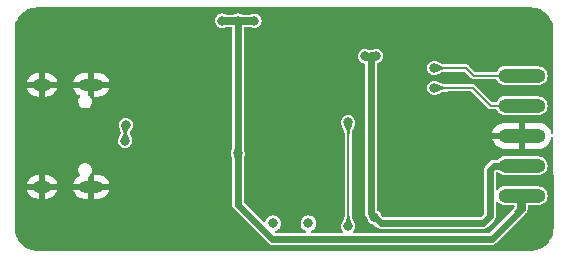
<source format=gbr>
%TF.GenerationSoftware,KiCad,Pcbnew,(6.0.5)*%
%TF.CreationDate,2022-07-08T10:28:12+08:00*%
%TF.ProjectId,dap_ch549f,6461705f-6368-4353-9439-662e6b696361,rev?*%
%TF.SameCoordinates,Original*%
%TF.FileFunction,Copper,L2,Bot*%
%TF.FilePolarity,Positive*%
%FSLAX46Y46*%
G04 Gerber Fmt 4.6, Leading zero omitted, Abs format (unit mm)*
G04 Created by KiCad (PCBNEW (6.0.5)) date 2022-07-08 10:28:12*
%MOMM*%
%LPD*%
G01*
G04 APERTURE LIST*
%TA.AperFunction,SMDPad,CuDef*%
%ADD10O,3.999992X1.199998*%
%TD*%
%TA.AperFunction,ComponentPad*%
%ADD11C,0.800000*%
%TD*%
%TA.AperFunction,ComponentPad*%
%ADD12O,2.100000X1.000000*%
%TD*%
%TA.AperFunction,ComponentPad*%
%ADD13O,1.600000X1.000000*%
%TD*%
%TA.AperFunction,ViaPad*%
%ADD14C,0.800000*%
%TD*%
%TA.AperFunction,Conductor*%
%ADD15C,0.200000*%
%TD*%
%TA.AperFunction,Conductor*%
%ADD16C,0.600000*%
%TD*%
G04 APERTURE END LIST*
D10*
%TO.P,P1,2,RX*%
%TO.N,Net-(P1-Pad2)*%
X168350000Y-89560000D03*
%TO.P,P1,4,TX*%
%TO.N,Net-(P1-Pad4)*%
X168350000Y-92100000D03*
%TO.P,P1,6,GND*%
%TO.N,GND*%
X168350000Y-94640000D03*
%TO.P,P1,8,3.3V*%
%TO.N,VCC3V3*%
X168350000Y-97180000D03*
%TO.P,P1,10,5V*%
%TO.N,VCC5V*%
X168350000Y-99720000D03*
%TD*%
D11*
%TO.P,SW2, *%
%TO.N,N/C*%
X147300003Y-102050000D03*
X150300002Y-102050000D03*
%TD*%
D12*
%TO.P,J1,S1,SHIELD*%
%TO.N,GND*%
X131920000Y-98960000D03*
X131920000Y-90320000D03*
D13*
X127740000Y-90320000D03*
X127740000Y-98960000D03*
%TD*%
D14*
%TO.N,Net-(J1-PadA7)*%
X134790000Y-95070000D03*
X134835163Y-93710441D03*
%TO.N,GND*%
X135880000Y-89830000D03*
X154580000Y-96830000D03*
X169540000Y-103090000D03*
X129500000Y-101140000D03*
X159050000Y-86240000D03*
X133790000Y-90240000D03*
X129250000Y-94150000D03*
X166040000Y-85860000D03*
X150140000Y-94980000D03*
X149700000Y-85910000D03*
X169300000Y-85830000D03*
X141900000Y-85880000D03*
X151330000Y-91490000D03*
%TO.N,VCC5V*%
X144310000Y-96140000D03*
X142980000Y-84890000D03*
X145730000Y-84890000D03*
X144340000Y-84890000D03*
%TO.N,VCC3V3*%
X155890000Y-101560000D03*
X155090000Y-87920000D03*
X156030000Y-87890000D03*
%TO.N,/CH549F/SWD.TX*%
X153670000Y-93510000D03*
X153650000Y-102310000D03*
%TO.N,Net-(P1-Pad4)*%
X160960000Y-90590000D03*
%TO.N,Net-(P1-Pad2)*%
X160950000Y-88900000D03*
%TD*%
D15*
%TO.N,Net-(J1-PadA7)*%
X134790000Y-95070000D02*
X134790000Y-93755604D01*
X134790000Y-93755604D02*
X134835163Y-93710441D01*
D16*
%TO.N,VCC5V*%
X144340000Y-96110000D02*
X144310000Y-96140000D01*
X142980000Y-84890000D02*
X145730000Y-84890000D01*
X144340000Y-100461108D02*
X147248892Y-103370000D01*
X144310000Y-96140000D02*
X144340000Y-96170000D01*
X144340000Y-84890000D02*
X144340000Y-96110000D01*
X147248892Y-103370000D02*
X165810000Y-103370000D01*
X144340000Y-96170000D02*
X144340000Y-100461108D01*
X168350000Y-100830000D02*
X168350000Y-99720000D01*
X165810000Y-103370000D02*
X168350000Y-100830000D01*
%TO.N,VCC3V3*%
X155570000Y-101160000D02*
X156430000Y-102020000D01*
X155570000Y-87890000D02*
X155570000Y-101160000D01*
X166030000Y-97180000D02*
X168350000Y-97180000D01*
X165670000Y-97540000D02*
X166030000Y-97180000D01*
X165090000Y-102020000D02*
X165670000Y-101440000D01*
X155120000Y-87890000D02*
X155090000Y-87920000D01*
X155090000Y-87920000D02*
X155160000Y-87990000D01*
X156430000Y-102020000D02*
X165090000Y-102020000D01*
X156030000Y-87890000D02*
X155570000Y-87890000D01*
X155570000Y-87890000D02*
X155120000Y-87890000D01*
X165670000Y-101440000D02*
X165670000Y-97540000D01*
D15*
%TO.N,/CH549F/SWD.TX*%
X153670000Y-93510000D02*
X153670000Y-102330000D01*
%TO.N,Net-(P1-Pad4)*%
X164210000Y-90590000D02*
X165720000Y-92100000D01*
X165720000Y-92100000D02*
X168350000Y-92100000D01*
X160960000Y-90590000D02*
X164210000Y-90590000D01*
%TO.N,Net-(P1-Pad2)*%
X160950000Y-88900000D02*
X163670000Y-88900000D01*
X164330000Y-89560000D02*
X168350000Y-89560000D01*
X163670000Y-88900000D02*
X164330000Y-89560000D01*
%TD*%
%TA.AperFunction,Conductor*%
%TO.N,Net-(J1-PadA7)*%
G36*
X134892327Y-94093960D02*
G01*
X134899431Y-94207400D01*
X134911492Y-94304646D01*
X134928693Y-94390030D01*
X134930307Y-94395609D01*
X134930307Y-94395610D01*
X134951215Y-94467880D01*
X134979240Y-94542525D01*
X135012949Y-94618295D01*
X135012995Y-94618390D01*
X135012999Y-94618398D01*
X135052505Y-94699479D01*
X135052524Y-94699518D01*
X135098113Y-94790458D01*
X135098147Y-94790525D01*
X135146367Y-94888279D01*
X135146953Y-94897215D01*
X135144307Y-94901565D01*
X134798433Y-95261231D01*
X134790229Y-95264819D01*
X134781567Y-95261231D01*
X134435693Y-94901565D01*
X134432428Y-94893226D01*
X134433633Y-94888279D01*
X134481852Y-94790525D01*
X134481886Y-94790458D01*
X134527475Y-94699518D01*
X134527494Y-94699479D01*
X134567000Y-94618398D01*
X134567004Y-94618390D01*
X134567050Y-94618295D01*
X134600759Y-94542525D01*
X134628703Y-94468097D01*
X134628705Y-94468092D01*
X134628709Y-94468079D01*
X134628784Y-94467880D01*
X134628846Y-94467666D01*
X134651158Y-94390543D01*
X134651158Y-94390542D01*
X134651306Y-94390030D01*
X134668507Y-94304646D01*
X134680568Y-94207400D01*
X134687672Y-94093960D01*
X134690000Y-93960000D01*
X134890000Y-93960000D01*
X134892327Y-94093960D01*
G37*
%TD.AperFunction*%
%TD*%
%TA.AperFunction,Conductor*%
%TO.N,Net-(J1-PadA7)*%
G36*
X134864729Y-93521323D02*
G01*
X135168668Y-93917142D01*
X135170988Y-93925791D01*
X135169289Y-93930501D01*
X135112094Y-94021347D01*
X135059439Y-94107087D01*
X135059404Y-94107148D01*
X135059403Y-94107150D01*
X135037586Y-94145381D01*
X135015101Y-94184781D01*
X135015028Y-94184927D01*
X134994543Y-94226136D01*
X134978512Y-94258384D01*
X134949107Y-94331852D01*
X134949030Y-94332114D01*
X134932983Y-94386538D01*
X134931953Y-94390030D01*
X134926318Y-94409140D01*
X134909579Y-94494204D01*
X134898324Y-94590999D01*
X134891986Y-94703480D01*
X134890000Y-94835604D01*
X134690000Y-94835604D01*
X134687480Y-94695318D01*
X134680009Y-94576849D01*
X134667721Y-94475440D01*
X134650750Y-94386337D01*
X134629229Y-94304784D01*
X134603293Y-94226026D01*
X134573074Y-94145308D01*
X134538708Y-94057874D01*
X134500362Y-93959063D01*
X134500291Y-93958876D01*
X134460908Y-93851590D01*
X134461274Y-93842643D01*
X134464408Y-93838564D01*
X134847966Y-93519455D01*
X134856518Y-93516798D01*
X134864729Y-93521323D01*
G37*
%TD.AperFunction*%
%TD*%
%TA.AperFunction,Conductor*%
%TO.N,Net-(P1-Pad2)*%
G36*
X168094431Y-89025737D02*
G01*
X168557901Y-89471433D01*
X168641230Y-89551567D01*
X168644818Y-89559771D01*
X168641230Y-89568433D01*
X168094432Y-90094263D01*
X168086093Y-90097528D01*
X168081072Y-90096286D01*
X167927071Y-90018965D01*
X167926846Y-90018849D01*
X167788468Y-89945584D01*
X167788430Y-89945564D01*
X167666070Y-89880196D01*
X167665990Y-89880153D01*
X167661990Y-89878129D01*
X167552887Y-89822934D01*
X167552877Y-89822929D01*
X167552740Y-89822860D01*
X167441782Y-89773872D01*
X167441572Y-89773799D01*
X167441566Y-89773796D01*
X167326473Y-89733462D01*
X167326467Y-89733460D01*
X167326221Y-89733374D01*
X167199159Y-89701551D01*
X167198893Y-89701509D01*
X167053915Y-89678625D01*
X167053913Y-89678625D01*
X167053699Y-89678591D01*
X166882946Y-89664678D01*
X166822035Y-89663274D01*
X166691432Y-89660263D01*
X166683240Y-89656646D01*
X166680002Y-89648566D01*
X166680002Y-89471433D01*
X166683429Y-89463160D01*
X166691431Y-89459737D01*
X166882946Y-89455321D01*
X167053699Y-89441408D01*
X167053913Y-89441374D01*
X167053915Y-89441374D01*
X167198893Y-89418490D01*
X167199159Y-89418448D01*
X167326221Y-89386625D01*
X167326467Y-89386539D01*
X167326473Y-89386537D01*
X167441566Y-89346203D01*
X167441572Y-89346200D01*
X167441782Y-89346127D01*
X167552740Y-89297139D01*
X167552877Y-89297070D01*
X167552887Y-89297065D01*
X167665903Y-89239890D01*
X167665902Y-89239890D01*
X167665990Y-89239846D01*
X167788430Y-89174435D01*
X167926846Y-89101150D01*
X167927071Y-89101034D01*
X168081072Y-89023714D01*
X168090003Y-89023064D01*
X168094431Y-89025737D01*
G37*
%TD.AperFunction*%
%TD*%
%TA.AperFunction,Conductor*%
%TO.N,VCC5V*%
G36*
X143161444Y-84532973D02*
G01*
X143229409Y-84561472D01*
X143229719Y-84561563D01*
X143229722Y-84561564D01*
X143257291Y-84569653D01*
X143303865Y-84583319D01*
X143304173Y-84583375D01*
X143304178Y-84583376D01*
X143379223Y-84596979D01*
X143379232Y-84596980D01*
X143379490Y-84597027D01*
X143379754Y-84597051D01*
X143379756Y-84597051D01*
X143457868Y-84604068D01*
X143457878Y-84604069D01*
X143458050Y-84604084D01*
X143541312Y-84605975D01*
X143541415Y-84605973D01*
X143541427Y-84605973D01*
X143630960Y-84604191D01*
X143630983Y-84604190D01*
X143631043Y-84604189D01*
X143729011Y-84600211D01*
X143836898Y-84595533D01*
X143837024Y-84595528D01*
X143900492Y-84593461D01*
X143956650Y-84591632D01*
X143956817Y-84591629D01*
X144040151Y-84590610D01*
X144078157Y-84590145D01*
X144086471Y-84593470D01*
X144090000Y-84601844D01*
X144090000Y-85190000D01*
X144024652Y-85189200D01*
X144024651Y-85189200D01*
X143994037Y-85188826D01*
X143956817Y-85188370D01*
X143956650Y-85188367D01*
X143900492Y-85186538D01*
X143837024Y-85184471D01*
X143836898Y-85184466D01*
X143729011Y-85179788D01*
X143631043Y-85175810D01*
X143630983Y-85175809D01*
X143630960Y-85175808D01*
X143541427Y-85174026D01*
X143541415Y-85174026D01*
X143541312Y-85174024D01*
X143458050Y-85175915D01*
X143457878Y-85175930D01*
X143457868Y-85175931D01*
X143379756Y-85182948D01*
X143379754Y-85182948D01*
X143379490Y-85182972D01*
X143379232Y-85183019D01*
X143379223Y-85183020D01*
X143304178Y-85196623D01*
X143304173Y-85196624D01*
X143303865Y-85196680D01*
X143229409Y-85218527D01*
X143229120Y-85218648D01*
X143229112Y-85218651D01*
X143161447Y-85247026D01*
X143152492Y-85247065D01*
X143148812Y-85244669D01*
X142788769Y-84898433D01*
X142785181Y-84890229D01*
X142788769Y-84881567D01*
X143075350Y-84605975D01*
X143148813Y-84535330D01*
X143157151Y-84532065D01*
X143161444Y-84532973D01*
G37*
%TD.AperFunction*%
%TD*%
%TA.AperFunction,Conductor*%
%TO.N,VCC5V*%
G36*
X145561187Y-84535329D02*
G01*
X145634650Y-84605975D01*
X145921231Y-84881567D01*
X145924819Y-84889771D01*
X145921231Y-84898433D01*
X145591639Y-85215387D01*
X145561188Y-85244670D01*
X145552849Y-85247935D01*
X145548557Y-85247028D01*
X145480590Y-85218527D01*
X145480280Y-85218436D01*
X145480277Y-85218435D01*
X145440542Y-85206776D01*
X145406134Y-85196680D01*
X145405826Y-85196624D01*
X145405821Y-85196623D01*
X145330776Y-85183020D01*
X145330767Y-85183019D01*
X145330509Y-85182972D01*
X145330245Y-85182948D01*
X145330243Y-85182948D01*
X145252131Y-85175931D01*
X145252121Y-85175930D01*
X145251949Y-85175915D01*
X145168687Y-85174024D01*
X145168584Y-85174026D01*
X145168572Y-85174026D01*
X145079039Y-85175808D01*
X145079016Y-85175809D01*
X145078956Y-85175810D01*
X144980988Y-85179788D01*
X144873101Y-85184466D01*
X144872975Y-85184471D01*
X144809507Y-85186538D01*
X144753349Y-85188367D01*
X144753182Y-85188370D01*
X144653804Y-85189586D01*
X144620000Y-85190000D01*
X144620000Y-84601844D01*
X144623427Y-84593571D01*
X144631843Y-84590145D01*
X144669671Y-84590607D01*
X144753182Y-84591629D01*
X144753349Y-84591632D01*
X144809507Y-84593461D01*
X144872975Y-84595528D01*
X144873101Y-84595533D01*
X144980988Y-84600211D01*
X145078956Y-84604189D01*
X145079016Y-84604190D01*
X145079039Y-84604191D01*
X145168572Y-84605973D01*
X145168584Y-84605973D01*
X145168687Y-84605975D01*
X145251949Y-84604084D01*
X145252121Y-84604069D01*
X145252131Y-84604068D01*
X145330243Y-84597051D01*
X145330245Y-84597051D01*
X145330509Y-84597027D01*
X145330767Y-84596980D01*
X145330776Y-84596979D01*
X145405821Y-84583376D01*
X145405826Y-84583375D01*
X145406134Y-84583319D01*
X145452708Y-84569653D01*
X145480277Y-84561564D01*
X145480280Y-84561563D01*
X145480590Y-84561472D01*
X145548555Y-84532973D01*
X145557508Y-84532934D01*
X145561187Y-84535329D01*
G37*
%TD.AperFunction*%
%TD*%
%TA.AperFunction,Conductor*%
%TO.N,VCC5V*%
G36*
X144636426Y-95023427D02*
G01*
X144639852Y-95031846D01*
X144638279Y-95158125D01*
X144638273Y-95158377D01*
X144634069Y-95282010D01*
X144634063Y-95282165D01*
X144628791Y-95393577D01*
X144623881Y-95494625D01*
X144623878Y-95494701D01*
X144620766Y-95587135D01*
X144620763Y-95587237D01*
X144620866Y-95673392D01*
X144625616Y-95755070D01*
X144636442Y-95834254D01*
X144654771Y-95912922D01*
X144654863Y-95913192D01*
X144679539Y-95985732D01*
X144678959Y-95994668D01*
X144676265Y-95998218D01*
X144519595Y-96138448D01*
X144519594Y-96138450D01*
X144295043Y-96339439D01*
X143968915Y-95945092D01*
X143966283Y-95936533D01*
X143967476Y-95932385D01*
X143999763Y-95868097D01*
X143999764Y-95868094D01*
X143999928Y-95867768D01*
X144025285Y-95795986D01*
X144041708Y-95722283D01*
X144050788Y-95645080D01*
X144050797Y-95644858D01*
X144054104Y-95562981D01*
X144054104Y-95562969D01*
X144054111Y-95562800D01*
X144053268Y-95473864D01*
X144049846Y-95376694D01*
X144045438Y-95269781D01*
X144045434Y-95269676D01*
X144044431Y-95238546D01*
X144041625Y-95151405D01*
X144041621Y-95151215D01*
X144040146Y-95031845D01*
X144043470Y-95023530D01*
X144051845Y-95020000D01*
X144628153Y-95020000D01*
X144636426Y-95023427D01*
G37*
%TD.AperFunction*%
%TD*%
%TA.AperFunction,Conductor*%
%TO.N,VCC5V*%
G36*
X144348433Y-84698769D02*
G01*
X144700000Y-85064355D01*
X144668527Y-85139409D01*
X144646680Y-85213865D01*
X144632972Y-85289490D01*
X144625915Y-85368050D01*
X144624024Y-85451312D01*
X144625810Y-85541043D01*
X144625814Y-85541131D01*
X144629788Y-85639011D01*
X144634465Y-85746855D01*
X144634470Y-85746981D01*
X144638366Y-85866619D01*
X144638371Y-85866857D01*
X144639855Y-85988157D01*
X144636530Y-85996471D01*
X144628156Y-86000000D01*
X144051844Y-86000000D01*
X144043571Y-85996573D01*
X144040145Y-85988157D01*
X144041628Y-85866857D01*
X144041633Y-85866619D01*
X144045529Y-85746981D01*
X144045534Y-85746855D01*
X144050211Y-85639011D01*
X144054185Y-85541131D01*
X144054189Y-85541043D01*
X144055975Y-85451312D01*
X144054084Y-85368050D01*
X144047027Y-85289490D01*
X144033319Y-85213865D01*
X144011472Y-85139409D01*
X143980000Y-85064355D01*
X144090000Y-84949969D01*
X144331567Y-84698769D01*
X144339771Y-84695181D01*
X144348433Y-84698769D01*
G37*
%TD.AperFunction*%
%TD*%
%TA.AperFunction,Conductor*%
%TO.N,VCC5V*%
G36*
X144519237Y-96141231D02*
G01*
X144676265Y-96281782D01*
X144680144Y-96289853D01*
X144679539Y-96294268D01*
X144654771Y-96367077D01*
X144636442Y-96445745D01*
X144625616Y-96524929D01*
X144620866Y-96606607D01*
X144620763Y-96692762D01*
X144620766Y-96692840D01*
X144620766Y-96692864D01*
X144623878Y-96785298D01*
X144623881Y-96785374D01*
X144623886Y-96785472D01*
X144628790Y-96886407D01*
X144628791Y-96886422D01*
X144634063Y-96997834D01*
X144634069Y-96997989D01*
X144638273Y-97121622D01*
X144638279Y-97121874D01*
X144639852Y-97248154D01*
X144636529Y-97256469D01*
X144628153Y-97260000D01*
X144051845Y-97260000D01*
X144043572Y-97256573D01*
X144040146Y-97248155D01*
X144041621Y-97128784D01*
X144041626Y-97128552D01*
X144041842Y-97121874D01*
X144045435Y-97010287D01*
X144049846Y-96903305D01*
X144053268Y-96806135D01*
X144054111Y-96717199D01*
X144053121Y-96692670D01*
X144050797Y-96635141D01*
X144050797Y-96635140D01*
X144050788Y-96634919D01*
X144041708Y-96557716D01*
X144025285Y-96484013D01*
X143999928Y-96412231D01*
X143999763Y-96411902D01*
X143967476Y-96347615D01*
X143966825Y-96338684D01*
X143968915Y-96334908D01*
X144008583Y-96286943D01*
X144295043Y-95940561D01*
X144519237Y-96141231D01*
G37*
%TD.AperFunction*%
%TD*%
%TA.AperFunction,Conductor*%
%TO.N,VCC5V*%
G36*
X168358433Y-99428770D02*
G01*
X168884566Y-99975883D01*
X168887831Y-99984222D01*
X168886841Y-99988707D01*
X168815835Y-100150015D01*
X168815772Y-100150188D01*
X168815770Y-100150194D01*
X168785777Y-100233082D01*
X168759976Y-100304385D01*
X168715647Y-100448092D01*
X168676100Y-100584492D01*
X168676056Y-100584640D01*
X168644461Y-100685458D01*
X168634581Y-100716985D01*
X168634351Y-100717647D01*
X168584274Y-100849235D01*
X168583859Y-100850194D01*
X168518395Y-100984719D01*
X168517813Y-100985774D01*
X168430134Y-101126892D01*
X168429458Y-101127865D01*
X168312724Y-101279127D01*
X168312048Y-101279927D01*
X168167343Y-101436257D01*
X168159208Y-101440000D01*
X168150484Y-101436582D01*
X167742623Y-101028721D01*
X167739196Y-101020448D01*
X167742154Y-101012673D01*
X167790707Y-100958104D01*
X167831092Y-100912715D01*
X167831097Y-100912709D01*
X167831360Y-100912413D01*
X167901560Y-100807355D01*
X167942090Y-100717647D01*
X167947657Y-100705325D01*
X167947658Y-100705322D01*
X167947879Y-100704833D01*
X167972776Y-100603933D01*
X167978710Y-100503744D01*
X167968139Y-100403353D01*
X167943524Y-100301848D01*
X167907323Y-100198318D01*
X167861995Y-100091850D01*
X167813437Y-99988823D01*
X167813009Y-99979879D01*
X167815587Y-99975725D01*
X168341567Y-99428770D01*
X168349771Y-99425182D01*
X168358433Y-99428770D01*
G37*
%TD.AperFunction*%
%TD*%
%TA.AperFunction,Conductor*%
%TO.N,VCC3V3*%
G36*
X168094234Y-96645547D02*
G01*
X168341600Y-96883427D01*
X168641230Y-97171567D01*
X168644818Y-97179771D01*
X168641230Y-97188433D01*
X168094235Y-97714453D01*
X168085897Y-97717717D01*
X168081207Y-97716635D01*
X167943441Y-97652796D01*
X167943329Y-97652744D01*
X167943230Y-97652703D01*
X167943213Y-97652696D01*
X167813203Y-97599440D01*
X167813202Y-97599440D01*
X167813054Y-97599379D01*
X167692426Y-97558300D01*
X167692220Y-97558246D01*
X167692213Y-97558244D01*
X167641286Y-97544922D01*
X167576228Y-97527902D01*
X167575997Y-97527860D01*
X167575993Y-97527859D01*
X167459431Y-97506615D01*
X167459429Y-97506615D01*
X167459244Y-97506581D01*
X167336260Y-97492735D01*
X167336123Y-97492727D01*
X167336113Y-97492726D01*
X167202197Y-97484765D01*
X167202190Y-97484765D01*
X167202060Y-97484757D01*
X167051427Y-97481045D01*
X166879146Y-97479993D01*
X166691701Y-97480000D01*
X166683429Y-97476573D01*
X166680002Y-97468300D01*
X166680002Y-96891700D01*
X166683429Y-96883427D01*
X166691701Y-96880000D01*
X166879146Y-96880006D01*
X167051427Y-96878954D01*
X167202060Y-96875242D01*
X167202190Y-96875234D01*
X167202197Y-96875234D01*
X167336113Y-96867273D01*
X167336123Y-96867272D01*
X167336260Y-96867264D01*
X167459244Y-96853418D01*
X167459431Y-96853384D01*
X167575993Y-96832140D01*
X167575997Y-96832139D01*
X167576228Y-96832097D01*
X167641286Y-96815077D01*
X167692213Y-96801755D01*
X167692220Y-96801753D01*
X167692426Y-96801699D01*
X167813054Y-96760620D01*
X167813203Y-96760559D01*
X167943213Y-96707303D01*
X167943230Y-96707296D01*
X167943329Y-96707255D01*
X168081207Y-96643365D01*
X168090154Y-96642996D01*
X168094234Y-96645547D01*
G37*
%TD.AperFunction*%
%TD*%
%TA.AperFunction,Conductor*%
%TO.N,VCC3V3*%
G36*
X155767568Y-87586105D02*
G01*
X155775355Y-87587759D01*
X156215344Y-87880257D01*
X156220337Y-87887690D01*
X156218610Y-87896477D01*
X156215344Y-87899743D01*
X155775356Y-88192240D01*
X155767567Y-88193897D01*
X155767547Y-88194108D01*
X155759228Y-88193304D01*
X155759211Y-88193303D01*
X155759100Y-88193292D01*
X155758968Y-88193284D01*
X155758950Y-88193283D01*
X155746446Y-88192559D01*
X155746371Y-88192555D01*
X155746291Y-88192552D01*
X155746275Y-88192551D01*
X155729868Y-88191903D01*
X155710098Y-88191339D01*
X155687568Y-88190869D01*
X155662786Y-88190495D01*
X155636259Y-88190223D01*
X155608494Y-88190056D01*
X155591677Y-88190023D01*
X155583411Y-88186580D01*
X155580000Y-88178323D01*
X155580000Y-87601677D01*
X155583427Y-87593404D01*
X155591676Y-87589977D01*
X155608399Y-87589943D01*
X155608494Y-87589943D01*
X155636259Y-87589776D01*
X155662786Y-87589504D01*
X155687568Y-87589130D01*
X155710098Y-87588660D01*
X155729868Y-87588096D01*
X155746275Y-87587448D01*
X155746291Y-87587447D01*
X155746371Y-87587444D01*
X155746446Y-87587440D01*
X155758950Y-87586716D01*
X155758968Y-87586715D01*
X155759100Y-87586707D01*
X155759211Y-87586696D01*
X155759228Y-87586695D01*
X155767547Y-87585891D01*
X155767568Y-87586105D01*
G37*
%TD.AperFunction*%
%TD*%
%TA.AperFunction,Conductor*%
%TO.N,VCC3V3*%
G36*
X155566512Y-87593453D02*
G01*
X155570000Y-87601786D01*
X155570000Y-88178431D01*
X155566573Y-88186704D01*
X155558432Y-88190130D01*
X155547227Y-88190257D01*
X155540002Y-88190338D01*
X155539924Y-88190341D01*
X155539898Y-88190341D01*
X155510844Y-88191276D01*
X155483037Y-88192699D01*
X155457170Y-88194486D01*
X155457113Y-88194490D01*
X155457090Y-88194492D01*
X155457070Y-88194494D01*
X155457015Y-88194498D01*
X155433566Y-88196536D01*
X155433543Y-88196538D01*
X155433513Y-88196541D01*
X155423164Y-88197636D01*
X155412869Y-88198725D01*
X155412836Y-88198729D01*
X155412816Y-88198731D01*
X155412793Y-88198734D01*
X155412750Y-88198739D01*
X155398189Y-88200603D01*
X155395510Y-88200946D01*
X155395410Y-88200962D01*
X155395395Y-88200964D01*
X155382286Y-88203044D01*
X155382281Y-88203045D01*
X155382104Y-88203073D01*
X155378226Y-88203902D01*
X155373576Y-88204895D01*
X155373574Y-88204896D01*
X155373418Y-88204929D01*
X155373417Y-88204929D01*
X155373109Y-88204995D01*
X155373087Y-88204892D01*
X155364292Y-88203908D01*
X155362883Y-88203108D01*
X154905716Y-87943561D01*
X154900214Y-87936497D01*
X154901318Y-87927611D01*
X154904264Y-87924188D01*
X155318946Y-87598299D01*
X155327468Y-87595870D01*
X155327888Y-87595917D01*
X155328366Y-87596011D01*
X155328852Y-87596024D01*
X155328853Y-87596024D01*
X155339420Y-87596305D01*
X155339441Y-87596305D01*
X155339551Y-87596308D01*
X155339671Y-87596306D01*
X155339691Y-87596306D01*
X155352777Y-87596080D01*
X155356097Y-87596023D01*
X155356143Y-87596021D01*
X155356162Y-87596021D01*
X155377386Y-87595302D01*
X155402797Y-87594291D01*
X155431711Y-87593136D01*
X155431712Y-87593152D01*
X155431753Y-87593134D01*
X155455987Y-87592256D01*
X155463429Y-87591986D01*
X155463508Y-87591983D01*
X155497568Y-87590978D01*
X155533272Y-87590269D01*
X155558215Y-87590086D01*
X155566512Y-87593453D01*
G37*
%TD.AperFunction*%
%TD*%
%TA.AperFunction,Conductor*%
%TO.N,/CH549F/SWD.TX*%
G36*
X153678433Y-93318769D02*
G01*
X154024307Y-93678435D01*
X154027572Y-93686774D01*
X154026367Y-93691719D01*
X153978147Y-93789474D01*
X153932524Y-93880481D01*
X153892949Y-93961704D01*
X153859240Y-94037474D01*
X153859172Y-94037656D01*
X153831294Y-94111907D01*
X153831290Y-94111920D01*
X153831215Y-94112119D01*
X153808693Y-94189969D01*
X153791492Y-94275353D01*
X153779431Y-94372599D01*
X153772327Y-94486039D01*
X153772325Y-94486177D01*
X153772324Y-94486192D01*
X153770200Y-94608503D01*
X153766630Y-94616716D01*
X153758502Y-94620000D01*
X153581498Y-94620000D01*
X153573225Y-94616573D01*
X153569800Y-94608503D01*
X153567675Y-94486192D01*
X153567674Y-94486177D01*
X153567672Y-94486039D01*
X153560568Y-94372599D01*
X153548507Y-94275353D01*
X153531306Y-94189969D01*
X153508784Y-94112119D01*
X153508709Y-94111920D01*
X153508705Y-94111907D01*
X153480827Y-94037656D01*
X153480759Y-94037474D01*
X153447050Y-93961704D01*
X153407475Y-93880481D01*
X153361852Y-93789474D01*
X153313633Y-93691720D01*
X153313047Y-93682785D01*
X153315693Y-93678435D01*
X153661567Y-93318769D01*
X153669771Y-93315181D01*
X153678433Y-93318769D01*
G37*
%TD.AperFunction*%
%TD*%
%TA.AperFunction,Conductor*%
%TO.N,/CH549F/SWD.TX*%
G36*
X153766798Y-101223427D02*
G01*
X153770223Y-101231473D01*
X153772514Y-101349409D01*
X153772590Y-101353343D01*
X153772599Y-101353474D01*
X153779843Y-101459086D01*
X153780315Y-101465974D01*
X153780339Y-101466152D01*
X153791894Y-101553203D01*
X153793107Y-101562345D01*
X153810900Y-101646902D01*
X153833626Y-101724095D01*
X153861217Y-101798375D01*
X153861277Y-101798515D01*
X153861280Y-101798523D01*
X153893552Y-101874062D01*
X153893606Y-101874188D01*
X153930725Y-101955986D01*
X153972508Y-102048217D01*
X154015608Y-102147759D01*
X154015750Y-102156712D01*
X154012854Y-102160960D01*
X153648100Y-102501406D01*
X153639714Y-102504546D01*
X153631258Y-102500496D01*
X153305290Y-102122673D01*
X153302481Y-102114170D01*
X153303939Y-102109316D01*
X153355190Y-102017737D01*
X153355197Y-102017725D01*
X153403357Y-101931908D01*
X153403365Y-101931894D01*
X153403400Y-101931831D01*
X153444836Y-101854724D01*
X153471984Y-101798523D01*
X153479705Y-101782538D01*
X153479707Y-101782532D01*
X153479798Y-101782345D01*
X153508579Y-101710634D01*
X153531470Y-101635530D01*
X153548766Y-101552975D01*
X153560757Y-101458909D01*
X153567738Y-101349270D01*
X153569799Y-101231495D01*
X153573370Y-101223283D01*
X153581497Y-101220000D01*
X153758525Y-101220000D01*
X153766798Y-101223427D01*
G37*
%TD.AperFunction*%
%TD*%
%TA.AperFunction,Conductor*%
%TO.N,Net-(P1-Pad4)*%
G36*
X168094431Y-91565737D02*
G01*
X168557901Y-92011433D01*
X168641230Y-92091567D01*
X168644818Y-92099771D01*
X168641230Y-92108433D01*
X168094432Y-92634263D01*
X168086093Y-92637528D01*
X168081072Y-92636286D01*
X167927071Y-92558965D01*
X167926846Y-92558849D01*
X167788468Y-92485584D01*
X167788430Y-92485564D01*
X167666070Y-92420196D01*
X167665990Y-92420153D01*
X167661990Y-92418129D01*
X167552887Y-92362934D01*
X167552877Y-92362929D01*
X167552740Y-92362860D01*
X167441782Y-92313872D01*
X167441572Y-92313799D01*
X167441566Y-92313796D01*
X167326473Y-92273462D01*
X167326467Y-92273460D01*
X167326221Y-92273374D01*
X167199159Y-92241551D01*
X167198893Y-92241509D01*
X167053915Y-92218625D01*
X167053913Y-92218625D01*
X167053699Y-92218591D01*
X166882946Y-92204678D01*
X166822035Y-92203274D01*
X166691432Y-92200263D01*
X166683240Y-92196646D01*
X166680002Y-92188566D01*
X166680002Y-92011433D01*
X166683429Y-92003160D01*
X166691431Y-91999737D01*
X166882946Y-91995321D01*
X167053699Y-91981408D01*
X167053913Y-91981374D01*
X167053915Y-91981374D01*
X167198893Y-91958490D01*
X167199159Y-91958448D01*
X167326221Y-91926625D01*
X167326467Y-91926539D01*
X167326473Y-91926537D01*
X167441566Y-91886203D01*
X167441572Y-91886200D01*
X167441782Y-91886127D01*
X167552740Y-91837139D01*
X167552877Y-91837070D01*
X167552887Y-91837065D01*
X167665903Y-91779890D01*
X167665902Y-91779890D01*
X167665990Y-91779846D01*
X167788430Y-91714435D01*
X167926846Y-91641150D01*
X167927071Y-91641034D01*
X168081072Y-91563714D01*
X168090003Y-91563064D01*
X168094431Y-91565737D01*
G37*
%TD.AperFunction*%
%TD*%
%TA.AperFunction,Conductor*%
%TO.N,Net-(P1-Pad4)*%
G36*
X161141719Y-90233633D02*
G01*
X161239474Y-90281852D01*
X161239541Y-90281886D01*
X161281281Y-90302810D01*
X161330481Y-90327475D01*
X161411704Y-90367050D01*
X161448219Y-90383295D01*
X161487309Y-90400686D01*
X161487320Y-90400690D01*
X161487474Y-90400759D01*
X161514211Y-90410797D01*
X161561907Y-90428705D01*
X161561920Y-90428709D01*
X161562119Y-90428784D01*
X161639969Y-90451306D01*
X161725353Y-90468507D01*
X161750627Y-90471642D01*
X161822410Y-90480545D01*
X161822424Y-90480546D01*
X161822599Y-90480568D01*
X161822792Y-90480580D01*
X161822791Y-90480580D01*
X161935889Y-90487663D01*
X161935906Y-90487664D01*
X161936039Y-90487672D01*
X161936177Y-90487674D01*
X161936192Y-90487675D01*
X162012883Y-90489007D01*
X162058503Y-90489800D01*
X162066716Y-90493370D01*
X162070000Y-90501498D01*
X162070000Y-90678502D01*
X162066573Y-90686775D01*
X162058504Y-90690200D01*
X162002535Y-90691172D01*
X161936192Y-90692324D01*
X161936177Y-90692325D01*
X161936039Y-90692327D01*
X161935906Y-90692335D01*
X161935889Y-90692336D01*
X161829214Y-90699017D01*
X161822599Y-90699431D01*
X161822424Y-90699453D01*
X161822410Y-90699454D01*
X161750627Y-90708357D01*
X161725353Y-90711492D01*
X161639969Y-90728693D01*
X161562119Y-90751215D01*
X161561920Y-90751290D01*
X161561907Y-90751294D01*
X161514211Y-90769202D01*
X161487474Y-90779240D01*
X161487320Y-90779309D01*
X161487309Y-90779313D01*
X161448219Y-90796704D01*
X161411704Y-90812949D01*
X161330481Y-90852524D01*
X161281281Y-90877189D01*
X161239541Y-90898113D01*
X161239474Y-90898147D01*
X161141720Y-90946367D01*
X161132785Y-90946954D01*
X161128435Y-90944307D01*
X160956715Y-90779172D01*
X160768769Y-90598433D01*
X160765181Y-90590229D01*
X160768769Y-90581567D01*
X160863988Y-90490000D01*
X161128435Y-90235693D01*
X161136774Y-90232428D01*
X161141719Y-90233633D01*
G37*
%TD.AperFunction*%
%TD*%
%TA.AperFunction,Conductor*%
%TO.N,Net-(P1-Pad2)*%
G36*
X161131719Y-88543633D02*
G01*
X161229474Y-88591852D01*
X161229541Y-88591886D01*
X161271281Y-88612810D01*
X161320481Y-88637475D01*
X161401704Y-88677050D01*
X161438219Y-88693295D01*
X161477309Y-88710686D01*
X161477320Y-88710690D01*
X161477474Y-88710759D01*
X161504211Y-88720797D01*
X161551907Y-88738705D01*
X161551920Y-88738709D01*
X161552119Y-88738784D01*
X161629969Y-88761306D01*
X161715353Y-88778507D01*
X161740627Y-88781642D01*
X161812410Y-88790545D01*
X161812424Y-88790546D01*
X161812599Y-88790568D01*
X161812792Y-88790580D01*
X161812791Y-88790580D01*
X161925889Y-88797663D01*
X161925906Y-88797664D01*
X161926039Y-88797672D01*
X161926177Y-88797674D01*
X161926192Y-88797675D01*
X162002883Y-88799007D01*
X162048503Y-88799800D01*
X162056716Y-88803370D01*
X162060000Y-88811498D01*
X162060000Y-88988502D01*
X162056573Y-88996775D01*
X162048504Y-89000200D01*
X161992535Y-89001172D01*
X161926192Y-89002324D01*
X161926177Y-89002325D01*
X161926039Y-89002327D01*
X161925906Y-89002335D01*
X161925889Y-89002336D01*
X161819214Y-89009017D01*
X161812599Y-89009431D01*
X161812424Y-89009453D01*
X161812410Y-89009454D01*
X161740627Y-89018357D01*
X161715353Y-89021492D01*
X161629969Y-89038693D01*
X161552119Y-89061215D01*
X161551920Y-89061290D01*
X161551907Y-89061294D01*
X161504211Y-89079202D01*
X161477474Y-89089240D01*
X161477320Y-89089309D01*
X161477309Y-89089313D01*
X161438219Y-89106704D01*
X161401704Y-89122949D01*
X161320481Y-89162524D01*
X161271281Y-89187189D01*
X161229541Y-89208113D01*
X161229474Y-89208147D01*
X161131720Y-89256367D01*
X161122785Y-89256954D01*
X161118435Y-89254307D01*
X160946715Y-89089172D01*
X160758769Y-88908433D01*
X160755181Y-88900229D01*
X160758769Y-88891567D01*
X160853988Y-88800000D01*
X161118435Y-88545693D01*
X161126774Y-88542428D01*
X161131719Y-88543633D01*
G37*
%TD.AperFunction*%
%TD*%
%TA.AperFunction,Conductor*%
%TO.N,GND*%
G36*
X169098581Y-83772854D02*
G01*
X169100304Y-83773237D01*
X169100305Y-83773237D01*
X169111185Y-83775653D01*
X169122038Y-83773111D01*
X169133187Y-83773047D01*
X169133188Y-83773217D01*
X169143224Y-83772355D01*
X169168099Y-83773813D01*
X169355938Y-83784827D01*
X169368899Y-83786450D01*
X169602885Y-83831625D01*
X169615529Y-83834945D01*
X169841520Y-83910556D01*
X169853610Y-83915510D01*
X169913937Y-83945026D01*
X170067664Y-84020239D01*
X170079001Y-84026746D01*
X170255300Y-84144067D01*
X170277391Y-84158768D01*
X170287773Y-84166714D01*
X170467033Y-84323723D01*
X170476277Y-84332967D01*
X170506539Y-84367518D01*
X170589047Y-84461718D01*
X170633286Y-84512227D01*
X170641232Y-84522609D01*
X170773253Y-84720998D01*
X170779761Y-84732336D01*
X170884488Y-84946386D01*
X170889444Y-84958480D01*
X170965055Y-85184471D01*
X170968375Y-85197115D01*
X171009655Y-85410925D01*
X171013549Y-85431095D01*
X171015173Y-85444060D01*
X171018151Y-85494835D01*
X171027615Y-85656258D01*
X171026752Y-85666100D01*
X171027035Y-85666103D01*
X171026932Y-85677251D01*
X171024352Y-85688097D01*
X171026731Y-85698989D01*
X171026731Y-85698991D01*
X171027258Y-85701403D01*
X171029539Y-85722409D01*
X171033906Y-89382149D01*
X171039929Y-94429790D01*
X171021091Y-94488003D01*
X170971634Y-94524026D01*
X170910449Y-94524099D01*
X170860906Y-94488194D01*
X170844685Y-94453103D01*
X170803500Y-94282213D01*
X170800446Y-94273341D01*
X170716837Y-94089453D01*
X170712161Y-94081321D01*
X170595288Y-93916560D01*
X170589159Y-93909460D01*
X170443239Y-93769771D01*
X170435876Y-93763957D01*
X170266180Y-93654386D01*
X170257840Y-93650063D01*
X170070491Y-93574559D01*
X170061493Y-93571893D01*
X169862106Y-93532955D01*
X169855053Y-93532099D01*
X169854270Y-93532061D01*
X169851823Y-93532001D01*
X168619680Y-93532001D01*
X168606995Y-93536123D01*
X168604000Y-93540244D01*
X168604000Y-95732319D01*
X168608122Y-95745004D01*
X168612243Y-95747999D01*
X169800462Y-95747999D01*
X169805176Y-95747774D01*
X169955773Y-95733406D01*
X169964994Y-95731630D01*
X170158820Y-95674768D01*
X170167532Y-95671284D01*
X170347118Y-95578791D01*
X170355014Y-95573721D01*
X170513863Y-95448944D01*
X170520656Y-95442475D01*
X170653050Y-95289905D01*
X170658500Y-95282263D01*
X170759654Y-95107413D01*
X170763556Y-95098890D01*
X170829825Y-94908057D01*
X170832043Y-94898956D01*
X170843436Y-94820377D01*
X170870498Y-94765501D01*
X170924646Y-94737012D01*
X170985198Y-94745791D01*
X171029026Y-94788486D01*
X171040412Y-94834464D01*
X171047876Y-101089148D01*
X171049034Y-102058959D01*
X171049461Y-102417177D01*
X171047106Y-102438758D01*
X171046763Y-102440301D01*
X171046763Y-102440306D01*
X171044347Y-102451185D01*
X171046889Y-102462038D01*
X171046953Y-102473187D01*
X171046783Y-102473188D01*
X171047645Y-102483224D01*
X171036232Y-102677891D01*
X171035174Y-102695932D01*
X171033550Y-102708899D01*
X171002543Y-102869500D01*
X170988375Y-102942885D01*
X170985055Y-102955529D01*
X170967931Y-103006712D01*
X170909446Y-103181516D01*
X170904488Y-103193614D01*
X170799761Y-103407664D01*
X170793253Y-103419002D01*
X170661232Y-103617391D01*
X170653286Y-103627773D01*
X170496277Y-103807033D01*
X170487033Y-103816277D01*
X170307773Y-103973286D01*
X170297393Y-103981230D01*
X170099002Y-104113253D01*
X170087666Y-104119760D01*
X169873610Y-104224490D01*
X169861520Y-104229444D01*
X169635529Y-104305055D01*
X169622885Y-104308375D01*
X169388899Y-104353550D01*
X169375940Y-104355173D01*
X169163739Y-104367615D01*
X169153900Y-104366752D01*
X169153897Y-104367035D01*
X169142749Y-104366932D01*
X169131903Y-104364352D01*
X169119619Y-104367035D01*
X169118772Y-104367220D01*
X169097647Y-104369500D01*
X127392881Y-104369500D01*
X127371419Y-104367146D01*
X127369696Y-104366763D01*
X127369695Y-104366763D01*
X127358815Y-104364347D01*
X127347962Y-104366889D01*
X127336813Y-104366953D01*
X127336812Y-104366783D01*
X127326776Y-104367645D01*
X127301901Y-104366187D01*
X127114062Y-104355173D01*
X127101101Y-104353550D01*
X126867115Y-104308375D01*
X126854471Y-104305055D01*
X126628480Y-104229444D01*
X126616390Y-104224490D01*
X126402334Y-104119760D01*
X126390998Y-104113253D01*
X126192607Y-103981230D01*
X126182227Y-103973286D01*
X126002967Y-103816277D01*
X125993723Y-103807033D01*
X125836714Y-103627773D01*
X125828768Y-103617391D01*
X125696747Y-103419002D01*
X125690239Y-103407664D01*
X125585512Y-103193614D01*
X125580554Y-103181516D01*
X125522070Y-103006712D01*
X125504945Y-102955529D01*
X125501625Y-102942885D01*
X125487457Y-102869500D01*
X125456450Y-102708899D01*
X125454826Y-102695933D01*
X125453790Y-102678263D01*
X125442385Y-102483739D01*
X125443248Y-102473900D01*
X125442965Y-102473897D01*
X125443068Y-102462749D01*
X125445648Y-102451903D01*
X125442761Y-102438682D01*
X125440482Y-102417623D01*
X125438579Y-99228362D01*
X126468188Y-99228362D01*
X126499509Y-99334783D01*
X126503122Y-99343724D01*
X126590218Y-99510323D01*
X126595492Y-99518384D01*
X126713299Y-99664906D01*
X126720030Y-99671780D01*
X126864052Y-99792629D01*
X126872000Y-99798070D01*
X127036739Y-99888637D01*
X127045602Y-99892436D01*
X127224796Y-99949279D01*
X127234224Y-99951283D01*
X127380505Y-99967691D01*
X127386034Y-99968000D01*
X127470320Y-99968000D01*
X127483005Y-99963878D01*
X127486000Y-99959757D01*
X127486000Y-99952320D01*
X127994000Y-99952320D01*
X127998122Y-99965005D01*
X128002243Y-99968000D01*
X128087324Y-99968000D01*
X128092139Y-99967765D01*
X128231919Y-99954059D01*
X128241370Y-99952188D01*
X128421341Y-99897851D01*
X128430257Y-99894176D01*
X128596241Y-99805921D01*
X128604272Y-99800585D01*
X128749956Y-99681768D01*
X128756793Y-99674979D01*
X128876630Y-99530121D01*
X128882014Y-99522138D01*
X128971434Y-99356760D01*
X128975163Y-99347889D01*
X129011972Y-99228977D01*
X129011963Y-99228362D01*
X130398188Y-99228362D01*
X130429509Y-99334783D01*
X130433122Y-99343724D01*
X130520218Y-99510323D01*
X130525492Y-99518384D01*
X130643299Y-99664906D01*
X130650030Y-99671780D01*
X130794052Y-99792629D01*
X130802000Y-99798070D01*
X130966739Y-99888637D01*
X130975602Y-99892436D01*
X131154796Y-99949279D01*
X131164224Y-99951283D01*
X131310505Y-99967691D01*
X131316034Y-99968000D01*
X131650320Y-99968000D01*
X131663005Y-99963878D01*
X131666000Y-99959757D01*
X131666000Y-99952320D01*
X132174000Y-99952320D01*
X132178122Y-99965005D01*
X132182243Y-99968000D01*
X132517324Y-99968000D01*
X132522139Y-99967765D01*
X132661919Y-99954059D01*
X132671370Y-99952188D01*
X132851341Y-99897851D01*
X132860257Y-99894176D01*
X133026241Y-99805921D01*
X133034272Y-99800585D01*
X133179956Y-99681768D01*
X133186793Y-99674979D01*
X133306630Y-99530121D01*
X133312014Y-99522138D01*
X133401434Y-99356760D01*
X133405163Y-99347889D01*
X133441972Y-99228977D01*
X133441809Y-99217339D01*
X133431283Y-99214000D01*
X132189680Y-99214000D01*
X132176995Y-99218122D01*
X132174000Y-99222243D01*
X132174000Y-99952320D01*
X131666000Y-99952320D01*
X131666000Y-99229680D01*
X131661878Y-99216995D01*
X131657757Y-99214000D01*
X130409641Y-99214000D01*
X130398337Y-99217673D01*
X130398188Y-99228362D01*
X129011963Y-99228362D01*
X129011809Y-99217339D01*
X129001283Y-99214000D01*
X128009680Y-99214000D01*
X127996995Y-99218122D01*
X127994000Y-99222243D01*
X127994000Y-99952320D01*
X127486000Y-99952320D01*
X127486000Y-99229680D01*
X127481878Y-99216995D01*
X127477757Y-99214000D01*
X126479641Y-99214000D01*
X126468337Y-99217673D01*
X126468188Y-99228362D01*
X125438579Y-99228362D01*
X125438258Y-98691023D01*
X126468028Y-98691023D01*
X126468191Y-98702661D01*
X126478717Y-98706000D01*
X127470320Y-98706000D01*
X127483005Y-98701878D01*
X127486000Y-98697757D01*
X127486000Y-98690320D01*
X127994000Y-98690320D01*
X127998122Y-98703005D01*
X128002243Y-98706000D01*
X129000359Y-98706000D01*
X129011663Y-98702327D01*
X129011812Y-98691638D01*
X129011631Y-98691023D01*
X130398028Y-98691023D01*
X130398191Y-98702661D01*
X130408717Y-98706000D01*
X131650320Y-98706000D01*
X131663005Y-98701878D01*
X131666000Y-98697757D01*
X131666000Y-98690320D01*
X132174000Y-98690320D01*
X132178122Y-98703005D01*
X132182243Y-98706000D01*
X133430359Y-98706000D01*
X133441663Y-98702327D01*
X133441812Y-98691638D01*
X133410491Y-98585217D01*
X133406878Y-98576276D01*
X133319782Y-98409677D01*
X133314508Y-98401616D01*
X133196701Y-98255094D01*
X133189970Y-98248220D01*
X133045948Y-98127371D01*
X133038000Y-98121930D01*
X132873261Y-98031363D01*
X132864398Y-98027564D01*
X132685204Y-97970721D01*
X132675776Y-97968717D01*
X132529495Y-97952309D01*
X132523966Y-97952000D01*
X132189680Y-97952000D01*
X132176995Y-97956122D01*
X132174000Y-97960243D01*
X132174000Y-98690320D01*
X131666000Y-98690320D01*
X131666000Y-98092441D01*
X131684907Y-98034250D01*
X131704733Y-98013899D01*
X131795299Y-97944405D01*
X131795302Y-97944402D01*
X131800451Y-97940451D01*
X131830299Y-97901553D01*
X131888750Y-97825379D01*
X131888752Y-97825375D01*
X131892698Y-97820233D01*
X131895179Y-97814244D01*
X131895181Y-97814240D01*
X131948203Y-97686233D01*
X131950687Y-97680236D01*
X131970466Y-97530000D01*
X131950687Y-97379764D01*
X131941863Y-97358461D01*
X131895181Y-97245760D01*
X131895179Y-97245756D01*
X131892698Y-97239767D01*
X131888752Y-97234625D01*
X131888750Y-97234621D01*
X131804402Y-97124698D01*
X131800451Y-97119549D01*
X131793696Y-97114366D01*
X131685379Y-97031250D01*
X131685375Y-97031248D01*
X131680233Y-97027302D01*
X131674244Y-97024821D01*
X131674240Y-97024819D01*
X131546233Y-96971797D01*
X131540236Y-96969313D01*
X131427720Y-96954500D01*
X131352280Y-96954500D01*
X131239764Y-96969313D01*
X131233767Y-96971797D01*
X131105760Y-97024819D01*
X131105756Y-97024821D01*
X131099767Y-97027302D01*
X131094625Y-97031248D01*
X131094621Y-97031250D01*
X130986304Y-97114366D01*
X130979549Y-97119549D01*
X130975598Y-97124698D01*
X130891250Y-97234621D01*
X130891248Y-97234625D01*
X130887302Y-97239767D01*
X130884821Y-97245756D01*
X130884819Y-97245760D01*
X130838137Y-97358461D01*
X130829313Y-97379764D01*
X130809534Y-97530000D01*
X130829313Y-97680236D01*
X130831797Y-97686233D01*
X130884819Y-97814240D01*
X130884821Y-97814244D01*
X130887302Y-97820233D01*
X130891248Y-97825375D01*
X130891250Y-97825379D01*
X130935298Y-97882782D01*
X130954883Y-97908305D01*
X130954941Y-97908381D01*
X130975365Y-97966057D01*
X130957988Y-98024723D01*
X130922876Y-98056061D01*
X130813759Y-98114079D01*
X130805728Y-98119415D01*
X130660044Y-98238232D01*
X130653207Y-98245021D01*
X130533370Y-98389879D01*
X130527986Y-98397862D01*
X130438566Y-98563240D01*
X130434837Y-98572111D01*
X130398028Y-98691023D01*
X129011631Y-98691023D01*
X128980491Y-98585217D01*
X128976878Y-98576276D01*
X128889782Y-98409677D01*
X128884508Y-98401616D01*
X128766701Y-98255094D01*
X128759970Y-98248220D01*
X128615948Y-98127371D01*
X128608000Y-98121930D01*
X128443261Y-98031363D01*
X128434398Y-98027564D01*
X128255204Y-97970721D01*
X128245776Y-97968717D01*
X128099495Y-97952309D01*
X128093966Y-97952000D01*
X128009680Y-97952000D01*
X127996995Y-97956122D01*
X127994000Y-97960243D01*
X127994000Y-98690320D01*
X127486000Y-98690320D01*
X127486000Y-97967680D01*
X127481878Y-97954995D01*
X127477757Y-97952000D01*
X127392676Y-97952000D01*
X127387861Y-97952235D01*
X127248081Y-97965941D01*
X127238630Y-97967812D01*
X127058659Y-98022149D01*
X127049743Y-98025824D01*
X126883759Y-98114079D01*
X126875728Y-98119415D01*
X126730044Y-98238232D01*
X126723207Y-98245021D01*
X126603370Y-98389879D01*
X126597986Y-98397862D01*
X126508566Y-98563240D01*
X126504837Y-98572111D01*
X126468028Y-98691023D01*
X125438258Y-98691023D01*
X125436097Y-95070000D01*
X134184318Y-95070000D01*
X134204956Y-95226762D01*
X134265464Y-95372841D01*
X134361718Y-95498282D01*
X134487159Y-95594536D01*
X134633238Y-95655044D01*
X134756594Y-95671284D01*
X134777171Y-95673993D01*
X134790000Y-95675682D01*
X134802830Y-95673993D01*
X134823406Y-95671284D01*
X134946762Y-95655044D01*
X135092841Y-95594536D01*
X135218282Y-95498282D01*
X135314536Y-95372841D01*
X135375044Y-95226762D01*
X135395682Y-95070000D01*
X135375044Y-94913238D01*
X135372559Y-94907238D01*
X135339777Y-94828094D01*
X135335617Y-94815840D01*
X135331926Y-94802071D01*
X135331924Y-94802064D01*
X135330665Y-94797369D01*
X135282445Y-94699615D01*
X135281855Y-94698430D01*
X135250758Y-94636399D01*
X135237029Y-94609012D01*
X135236533Y-94608009D01*
X135200016Y-94533064D01*
X135198562Y-94529942D01*
X135170673Y-94467255D01*
X135168442Y-94461809D01*
X135157735Y-94433290D01*
X135154983Y-94372167D01*
X135158505Y-94361712D01*
X135164739Y-94346137D01*
X135167998Y-94338860D01*
X135195230Y-94284078D01*
X135197897Y-94279077D01*
X135235488Y-94213206D01*
X135237110Y-94210467D01*
X135286316Y-94130342D01*
X135286899Y-94129404D01*
X135295694Y-94115435D01*
X135343194Y-94039988D01*
X135345795Y-94034659D01*
X135354481Y-94020626D01*
X135355749Y-94018430D01*
X135359699Y-94013282D01*
X135420207Y-93867203D01*
X135440845Y-93710441D01*
X135420207Y-93553679D01*
X135359699Y-93407600D01*
X135263445Y-93282159D01*
X135138004Y-93185905D01*
X134991925Y-93125397D01*
X134835163Y-93104759D01*
X134678401Y-93125397D01*
X134532322Y-93185905D01*
X134406881Y-93282159D01*
X134310627Y-93407600D01*
X134250119Y-93553679D01*
X134229481Y-93710441D01*
X134250119Y-93867203D01*
X134252603Y-93873199D01*
X134252603Y-93873200D01*
X134260443Y-93892127D01*
X134266785Y-93914685D01*
X134267995Y-93922405D01*
X134307378Y-94029691D01*
X134308710Y-94033220D01*
X134308810Y-94033479D01*
X134308822Y-94033509D01*
X134347127Y-94132218D01*
X134347440Y-94133021D01*
X134347524Y-94133236D01*
X134380937Y-94218246D01*
X134381462Y-94219611D01*
X134408712Y-94292398D01*
X134410009Y-94296090D01*
X134428898Y-94353448D01*
X134427550Y-94419210D01*
X134411551Y-94461826D01*
X134409328Y-94467251D01*
X134396327Y-94496474D01*
X134381439Y-94529938D01*
X134379985Y-94533057D01*
X134343519Y-94607901D01*
X134343031Y-94608889D01*
X134298177Y-94698364D01*
X134297588Y-94699548D01*
X134249335Y-94797369D01*
X134233971Y-94839645D01*
X134233330Y-94842275D01*
X134232541Y-94844884D01*
X134232374Y-94844833D01*
X134228958Y-94855293D01*
X134204956Y-94913238D01*
X134184318Y-95070000D01*
X125436097Y-95070000D01*
X125436001Y-94909680D01*
X125433423Y-90588362D01*
X126468188Y-90588362D01*
X126499509Y-90694783D01*
X126503122Y-90703724D01*
X126590218Y-90870323D01*
X126595492Y-90878384D01*
X126713299Y-91024906D01*
X126720030Y-91031780D01*
X126864052Y-91152629D01*
X126872000Y-91158070D01*
X127036739Y-91248637D01*
X127045602Y-91252436D01*
X127224796Y-91309279D01*
X127234224Y-91311283D01*
X127380505Y-91327691D01*
X127386034Y-91328000D01*
X127470320Y-91328000D01*
X127483005Y-91323878D01*
X127486000Y-91319757D01*
X127486000Y-91312320D01*
X127994000Y-91312320D01*
X127998122Y-91325005D01*
X128002243Y-91328000D01*
X128087324Y-91328000D01*
X128092139Y-91327765D01*
X128231919Y-91314059D01*
X128241370Y-91312188D01*
X128421341Y-91257851D01*
X128430257Y-91254176D01*
X128596241Y-91165921D01*
X128604272Y-91160585D01*
X128749956Y-91041768D01*
X128756793Y-91034979D01*
X128876630Y-90890121D01*
X128882014Y-90882138D01*
X128971434Y-90716760D01*
X128975163Y-90707889D01*
X129011972Y-90588977D01*
X129011963Y-90588362D01*
X130398188Y-90588362D01*
X130429509Y-90694783D01*
X130433122Y-90703724D01*
X130520218Y-90870323D01*
X130525492Y-90878384D01*
X130643299Y-91024906D01*
X130650030Y-91031780D01*
X130794052Y-91152629D01*
X130802000Y-91158070D01*
X130923772Y-91225015D01*
X130965656Y-91269617D01*
X130973324Y-91330320D01*
X130954620Y-91372037D01*
X130891250Y-91454621D01*
X130891248Y-91454625D01*
X130887302Y-91459767D01*
X130884823Y-91465753D01*
X130884819Y-91465760D01*
X130879051Y-91479686D01*
X130829313Y-91599764D01*
X130828466Y-91606200D01*
X130810562Y-91742195D01*
X130809534Y-91750000D01*
X130829313Y-91900236D01*
X130831797Y-91906233D01*
X130884819Y-92034240D01*
X130884821Y-92034244D01*
X130887302Y-92040233D01*
X130891248Y-92045375D01*
X130891250Y-92045379D01*
X130941696Y-92111120D01*
X130979549Y-92160451D01*
X130984698Y-92164402D01*
X131094621Y-92248750D01*
X131094625Y-92248752D01*
X131099767Y-92252698D01*
X131105756Y-92255179D01*
X131105760Y-92255181D01*
X131233767Y-92308203D01*
X131239764Y-92310687D01*
X131352280Y-92325500D01*
X131427720Y-92325500D01*
X131540236Y-92310687D01*
X131546233Y-92308203D01*
X131674240Y-92255181D01*
X131674244Y-92255179D01*
X131680233Y-92252698D01*
X131685375Y-92248752D01*
X131685379Y-92248750D01*
X131795302Y-92164402D01*
X131800451Y-92160451D01*
X131838304Y-92111120D01*
X131888750Y-92045379D01*
X131888752Y-92045375D01*
X131892698Y-92040233D01*
X131895179Y-92034244D01*
X131895181Y-92034240D01*
X131948203Y-91906233D01*
X131950687Y-91900236D01*
X131970466Y-91750000D01*
X131969439Y-91742195D01*
X131951534Y-91606200D01*
X131950687Y-91599764D01*
X131900949Y-91479686D01*
X131895181Y-91465760D01*
X131895177Y-91465753D01*
X131892698Y-91459767D01*
X131888752Y-91454625D01*
X131888750Y-91454621D01*
X131804402Y-91344698D01*
X131800451Y-91339549D01*
X131795302Y-91335598D01*
X131795299Y-91335595D01*
X131764967Y-91312320D01*
X132174000Y-91312320D01*
X132178122Y-91325005D01*
X132182243Y-91328000D01*
X132517324Y-91328000D01*
X132522139Y-91327765D01*
X132661919Y-91314059D01*
X132671370Y-91312188D01*
X132851341Y-91257851D01*
X132860257Y-91254176D01*
X133026241Y-91165921D01*
X133034272Y-91160585D01*
X133179956Y-91041768D01*
X133186793Y-91034979D01*
X133306630Y-90890121D01*
X133312014Y-90882138D01*
X133401434Y-90716760D01*
X133405163Y-90707889D01*
X133441972Y-90588977D01*
X133441809Y-90577339D01*
X133431283Y-90574000D01*
X132189680Y-90574000D01*
X132176995Y-90578122D01*
X132174000Y-90582243D01*
X132174000Y-91312320D01*
X131764967Y-91312320D01*
X131704733Y-91266101D01*
X131670077Y-91215676D01*
X131666000Y-91187559D01*
X131666000Y-90589680D01*
X131661878Y-90576995D01*
X131657757Y-90574000D01*
X130409641Y-90574000D01*
X130398337Y-90577673D01*
X130398188Y-90588362D01*
X129011963Y-90588362D01*
X129011809Y-90577339D01*
X129001283Y-90574000D01*
X128009680Y-90574000D01*
X127996995Y-90578122D01*
X127994000Y-90582243D01*
X127994000Y-91312320D01*
X127486000Y-91312320D01*
X127486000Y-90589680D01*
X127481878Y-90576995D01*
X127477757Y-90574000D01*
X126479641Y-90574000D01*
X126468337Y-90577673D01*
X126468188Y-90588362D01*
X125433423Y-90588362D01*
X125433102Y-90051023D01*
X126468028Y-90051023D01*
X126468191Y-90062661D01*
X126478717Y-90066000D01*
X127470320Y-90066000D01*
X127483005Y-90061878D01*
X127486000Y-90057757D01*
X127486000Y-90050320D01*
X127994000Y-90050320D01*
X127998122Y-90063005D01*
X128002243Y-90066000D01*
X129000359Y-90066000D01*
X129011663Y-90062327D01*
X129011812Y-90051638D01*
X129011631Y-90051023D01*
X130398028Y-90051023D01*
X130398191Y-90062661D01*
X130408717Y-90066000D01*
X131650320Y-90066000D01*
X131663005Y-90061878D01*
X131666000Y-90057757D01*
X131666000Y-90050320D01*
X132174000Y-90050320D01*
X132178122Y-90063005D01*
X132182243Y-90066000D01*
X133430359Y-90066000D01*
X133441663Y-90062327D01*
X133441812Y-90051638D01*
X133410491Y-89945217D01*
X133406878Y-89936276D01*
X133319782Y-89769677D01*
X133314508Y-89761616D01*
X133196701Y-89615094D01*
X133189970Y-89608220D01*
X133045948Y-89487371D01*
X133038000Y-89481930D01*
X132873261Y-89391363D01*
X132864398Y-89387564D01*
X132685204Y-89330721D01*
X132675776Y-89328717D01*
X132529495Y-89312309D01*
X132523966Y-89312000D01*
X132189680Y-89312000D01*
X132176995Y-89316122D01*
X132174000Y-89320243D01*
X132174000Y-90050320D01*
X131666000Y-90050320D01*
X131666000Y-89327680D01*
X131661878Y-89314995D01*
X131657757Y-89312000D01*
X131322676Y-89312000D01*
X131317861Y-89312235D01*
X131178081Y-89325941D01*
X131168630Y-89327812D01*
X130988659Y-89382149D01*
X130979743Y-89385824D01*
X130813759Y-89474079D01*
X130805728Y-89479415D01*
X130660044Y-89598232D01*
X130653207Y-89605021D01*
X130533370Y-89749879D01*
X130527986Y-89757862D01*
X130438566Y-89923240D01*
X130434837Y-89932111D01*
X130398028Y-90051023D01*
X129011631Y-90051023D01*
X128980491Y-89945217D01*
X128976878Y-89936276D01*
X128889782Y-89769677D01*
X128884508Y-89761616D01*
X128766701Y-89615094D01*
X128759970Y-89608220D01*
X128615948Y-89487371D01*
X128608000Y-89481930D01*
X128443261Y-89391363D01*
X128434398Y-89387564D01*
X128255204Y-89330721D01*
X128245776Y-89328717D01*
X128099495Y-89312309D01*
X128093966Y-89312000D01*
X128009680Y-89312000D01*
X127996995Y-89316122D01*
X127994000Y-89320243D01*
X127994000Y-90050320D01*
X127486000Y-90050320D01*
X127486000Y-89327680D01*
X127481878Y-89314995D01*
X127477757Y-89312000D01*
X127392676Y-89312000D01*
X127387861Y-89312235D01*
X127248081Y-89325941D01*
X127238630Y-89327812D01*
X127058659Y-89382149D01*
X127049743Y-89385824D01*
X126883759Y-89474079D01*
X126875728Y-89479415D01*
X126730044Y-89598232D01*
X126723207Y-89605021D01*
X126603370Y-89749879D01*
X126597986Y-89757862D01*
X126508566Y-89923240D01*
X126504837Y-89932111D01*
X126468028Y-90051023D01*
X125433102Y-90051023D01*
X125430519Y-85722846D01*
X125432873Y-85701333D01*
X125435653Y-85688815D01*
X125433111Y-85677962D01*
X125433047Y-85666813D01*
X125433217Y-85666812D01*
X125432355Y-85656776D01*
X125441850Y-85494835D01*
X125444827Y-85444062D01*
X125446451Y-85431095D01*
X125450346Y-85410925D01*
X125491625Y-85197115D01*
X125494945Y-85184471D01*
X125570556Y-84958480D01*
X125575512Y-84946386D01*
X125603100Y-84890000D01*
X142374318Y-84890000D01*
X142394956Y-85046762D01*
X142455464Y-85192841D01*
X142551718Y-85318282D01*
X142677159Y-85414536D01*
X142823238Y-85475044D01*
X142980000Y-85495682D01*
X143136762Y-85475044D01*
X143210110Y-85444662D01*
X143228257Y-85439114D01*
X143236157Y-85437507D01*
X143236160Y-85437506D01*
X143240918Y-85436538D01*
X143293186Y-85414619D01*
X143303580Y-85410928D01*
X143346229Y-85398414D01*
X143356425Y-85396002D01*
X143378016Y-85392088D01*
X143395675Y-85390500D01*
X143740500Y-85390500D01*
X143798691Y-85409407D01*
X143834655Y-85458907D01*
X143839500Y-85489500D01*
X143839500Y-85758279D01*
X143839448Y-85761502D01*
X143836242Y-85859929D01*
X143836178Y-85862303D01*
X143836173Y-85862541D01*
X143836143Y-85864345D01*
X143834660Y-85985645D01*
X143837771Y-86002069D01*
X143839500Y-86020493D01*
X143839500Y-94999254D01*
X143837829Y-95017362D01*
X143834662Y-95034384D01*
X143834722Y-95039252D01*
X143834722Y-95039254D01*
X143836135Y-95153627D01*
X143836137Y-95153754D01*
X143836167Y-95155540D01*
X143836171Y-95155730D01*
X143836231Y-95158019D01*
X143839037Y-95245160D01*
X143839038Y-95245164D01*
X143839449Y-95257920D01*
X143839500Y-95261108D01*
X143839500Y-95673993D01*
X143837130Y-95695523D01*
X143828693Y-95733389D01*
X143825416Y-95744815D01*
X143812549Y-95781241D01*
X143807674Y-95792688D01*
X143784868Y-95838098D01*
X143784863Y-95838108D01*
X143783835Y-95840156D01*
X143783001Y-95842288D01*
X143782996Y-95842300D01*
X143777658Y-95855951D01*
X143776921Y-95857783D01*
X143724956Y-95983238D01*
X143704318Y-96140000D01*
X143724956Y-96296762D01*
X143727439Y-96302756D01*
X143727440Y-96302759D01*
X143783062Y-96437042D01*
X143782844Y-96437132D01*
X143783297Y-96437894D01*
X143783835Y-96439845D01*
X143792228Y-96456556D01*
X143807676Y-96487315D01*
X143812552Y-96498769D01*
X143825412Y-96535173D01*
X143828693Y-96546610D01*
X143837130Y-96584476D01*
X143839500Y-96606006D01*
X143839500Y-97018874D01*
X143839449Y-97022060D01*
X143836449Y-97115231D01*
X143836446Y-97115231D01*
X143836448Y-97115248D01*
X143836233Y-97121909D01*
X143836174Y-97124124D01*
X143836169Y-97124356D01*
X143836137Y-97126245D01*
X143834662Y-97245616D01*
X143835581Y-97250470D01*
X143837773Y-97262051D01*
X143839500Y-97280464D01*
X143839500Y-100393942D01*
X143838081Y-100406643D01*
X143838103Y-100406645D01*
X143837537Y-100413677D01*
X143835981Y-100420555D01*
X143836418Y-100427593D01*
X143839310Y-100474210D01*
X143839500Y-100480341D01*
X143839500Y-100497048D01*
X143839999Y-100500535D01*
X143840000Y-100500543D01*
X143841101Y-100508229D01*
X143841911Y-100516132D01*
X143844859Y-100563646D01*
X143847252Y-100570275D01*
X143847253Y-100570279D01*
X143848342Y-100573295D01*
X143853223Y-100592871D01*
X143854677Y-100603026D01*
X143857596Y-100609445D01*
X143857597Y-100609450D01*
X143874381Y-100646365D01*
X143877377Y-100653723D01*
X143893540Y-100698495D01*
X143899592Y-100706780D01*
X143909768Y-100724194D01*
X143914016Y-100733536D01*
X143918621Y-100738880D01*
X143945093Y-100769603D01*
X143950033Y-100775824D01*
X143958522Y-100787444D01*
X143969986Y-100798908D01*
X143974981Y-100804289D01*
X144007600Y-100842145D01*
X144013520Y-100845982D01*
X144014811Y-100846819D01*
X144030968Y-100859890D01*
X146847497Y-103676419D01*
X146855471Y-103686399D01*
X146855488Y-103686384D01*
X146860058Y-103691754D01*
X146863822Y-103697720D01*
X146869107Y-103702388D01*
X146869110Y-103702391D01*
X146904100Y-103733292D01*
X146908570Y-103737492D01*
X146920399Y-103749321D01*
X146929452Y-103756106D01*
X146935588Y-103761101D01*
X146971280Y-103792623D01*
X146977663Y-103795620D01*
X146977666Y-103795622D01*
X146980564Y-103796983D01*
X146997854Y-103807372D01*
X147000422Y-103809297D01*
X147000428Y-103809301D01*
X147006068Y-103813527D01*
X147012670Y-103816002D01*
X147012672Y-103816003D01*
X147050645Y-103830238D01*
X147057968Y-103833324D01*
X147094662Y-103850552D01*
X147094665Y-103850553D01*
X147101055Y-103853553D01*
X147111194Y-103855132D01*
X147130709Y-103860252D01*
X147133709Y-103861377D01*
X147133711Y-103861377D01*
X147140312Y-103863852D01*
X147187800Y-103867381D01*
X147195685Y-103868287D01*
X147206120Y-103869912D01*
X147206128Y-103869913D01*
X147209901Y-103870500D01*
X147226101Y-103870500D01*
X147233438Y-103870772D01*
X147283284Y-103874476D01*
X147290179Y-103873004D01*
X147290181Y-103873004D01*
X147291693Y-103872681D01*
X147312360Y-103870500D01*
X165742834Y-103870500D01*
X165755535Y-103871919D01*
X165755537Y-103871897D01*
X165762569Y-103872463D01*
X165769447Y-103874019D01*
X165823101Y-103870690D01*
X165829233Y-103870500D01*
X165845940Y-103870500D01*
X165849427Y-103870001D01*
X165849435Y-103870000D01*
X165857121Y-103868899D01*
X165865024Y-103868089D01*
X165905501Y-103865578D01*
X165905504Y-103865577D01*
X165912538Y-103865141D01*
X165919167Y-103862748D01*
X165919171Y-103862747D01*
X165922187Y-103861658D01*
X165941763Y-103856777D01*
X165942955Y-103856606D01*
X165944936Y-103856323D01*
X165944937Y-103856323D01*
X165951918Y-103855323D01*
X165958337Y-103852404D01*
X165958342Y-103852403D01*
X165995257Y-103835619D01*
X166002615Y-103832623D01*
X166016810Y-103827498D01*
X166047387Y-103816460D01*
X166055672Y-103810408D01*
X166073086Y-103800232D01*
X166082428Y-103795984D01*
X166098341Y-103782272D01*
X166118495Y-103764907D01*
X166124716Y-103759967D01*
X166125146Y-103759653D01*
X166136336Y-103751478D01*
X166147800Y-103740014D01*
X166153181Y-103735019D01*
X166185693Y-103707005D01*
X166185694Y-103707004D01*
X166191037Y-103702400D01*
X166195711Y-103695189D01*
X166208782Y-103679032D01*
X168290073Y-101597741D01*
X168301942Y-101587612D01*
X168312332Y-101580074D01*
X168318152Y-101575852D01*
X168393897Y-101494022D01*
X168396546Y-101491268D01*
X168656419Y-101231395D01*
X168666399Y-101223421D01*
X168666384Y-101223404D01*
X168671754Y-101218834D01*
X168677720Y-101215070D01*
X168682388Y-101209785D01*
X168682391Y-101209782D01*
X168713292Y-101174792D01*
X168717492Y-101170322D01*
X168729320Y-101158494D01*
X168736100Y-101149447D01*
X168741104Y-101143301D01*
X168772623Y-101107612D01*
X168776982Y-101098329D01*
X168787373Y-101081034D01*
X168793526Y-101072824D01*
X168796003Y-101066217D01*
X168810237Y-101028248D01*
X168813323Y-101020926D01*
X168830554Y-100984225D01*
X168830554Y-100984224D01*
X168833553Y-100977837D01*
X168835131Y-100967700D01*
X168840252Y-100948184D01*
X168841377Y-100945184D01*
X168841377Y-100945182D01*
X168843852Y-100938581D01*
X168847381Y-100891096D01*
X168848287Y-100883208D01*
X168849912Y-100872772D01*
X168849913Y-100872764D01*
X168850500Y-100868991D01*
X168850500Y-100852792D01*
X168850772Y-100845456D01*
X168853953Y-100802642D01*
X168854476Y-100795609D01*
X168852681Y-100787200D01*
X168850500Y-100766533D01*
X168850500Y-100730335D01*
X168855030Y-100700730D01*
X168872093Y-100646283D01*
X168872104Y-100646246D01*
X168872152Y-100646094D01*
X168873427Y-100641866D01*
X168887905Y-100591931D01*
X168922268Y-100541307D01*
X168982989Y-100520499D01*
X169795152Y-100520499D01*
X169838092Y-100515682D01*
X169922969Y-100506162D01*
X169922971Y-100506162D01*
X169928468Y-100505545D01*
X170098070Y-100446484D01*
X170250371Y-100351315D01*
X170377804Y-100224769D01*
X170414460Y-100167008D01*
X170471070Y-100077806D01*
X170471072Y-100077801D01*
X170474033Y-100073136D01*
X170534277Y-99903951D01*
X170535005Y-99897851D01*
X170554886Y-99731120D01*
X170554886Y-99731117D01*
X170555541Y-99725624D01*
X170536769Y-99547017D01*
X170528469Y-99522634D01*
X170480678Y-99382251D01*
X170480678Y-99382250D01*
X170478893Y-99377008D01*
X170384790Y-99224045D01*
X170259137Y-99095733D01*
X170108179Y-98998447D01*
X169939419Y-98937023D01*
X169800714Y-98919501D01*
X166904848Y-98919501D01*
X166861908Y-98924318D01*
X166777031Y-98933838D01*
X166777029Y-98933838D01*
X166771532Y-98934455D01*
X166601930Y-98993516D01*
X166449629Y-99088685D01*
X166339259Y-99198287D01*
X166284646Y-99225874D01*
X166224247Y-99216091D01*
X166181134Y-99172676D01*
X166170500Y-99128039D01*
X166170500Y-97788321D01*
X166189407Y-97730130D01*
X166199489Y-97718325D01*
X166208176Y-97709638D01*
X166262688Y-97681859D01*
X166323121Y-97691427D01*
X166348914Y-97710372D01*
X166440863Y-97804267D01*
X166591821Y-97901553D01*
X166760581Y-97962977D01*
X166899286Y-97980499D01*
X169795152Y-97980499D01*
X169882324Y-97970721D01*
X169922969Y-97966162D01*
X169922971Y-97966162D01*
X169928468Y-97965545D01*
X170065716Y-97917751D01*
X170092841Y-97908305D01*
X170092842Y-97908305D01*
X170098070Y-97906484D01*
X170250371Y-97811315D01*
X170352760Y-97709639D01*
X170373881Y-97688665D01*
X170373882Y-97688663D01*
X170377804Y-97684769D01*
X170442515Y-97582801D01*
X170471070Y-97537806D01*
X170471072Y-97537801D01*
X170474033Y-97533136D01*
X170534277Y-97363951D01*
X170536481Y-97345473D01*
X170554886Y-97191120D01*
X170554886Y-97191117D01*
X170555541Y-97185624D01*
X170536769Y-97007017D01*
X170523934Y-96969313D01*
X170480678Y-96842251D01*
X170480678Y-96842250D01*
X170478893Y-96837008D01*
X170425226Y-96749773D01*
X170387691Y-96688760D01*
X170387689Y-96688758D01*
X170384790Y-96684045D01*
X170259137Y-96555733D01*
X170108179Y-96458447D01*
X169939419Y-96397023D01*
X169800714Y-96379501D01*
X166904848Y-96379501D01*
X166861908Y-96384318D01*
X166777031Y-96393838D01*
X166777029Y-96393838D01*
X166771532Y-96394455D01*
X166601930Y-96453516D01*
X166529511Y-96498769D01*
X166462264Y-96540790D01*
X166449629Y-96548685D01*
X166445702Y-96552584D01*
X166445699Y-96552587D01*
X166346851Y-96650747D01*
X166292238Y-96678335D01*
X166277092Y-96679500D01*
X166097166Y-96679500D01*
X166084465Y-96678081D01*
X166084463Y-96678103D01*
X166077431Y-96677537D01*
X166070553Y-96675981D01*
X166019393Y-96679155D01*
X166016898Y-96679310D01*
X166010767Y-96679500D01*
X165994060Y-96679500D01*
X165990573Y-96679999D01*
X165990565Y-96680000D01*
X165982879Y-96681101D01*
X165974976Y-96681911D01*
X165934499Y-96684422D01*
X165934496Y-96684423D01*
X165927462Y-96684859D01*
X165920833Y-96687252D01*
X165920829Y-96687253D01*
X165917813Y-96688342D01*
X165898237Y-96693223D01*
X165897045Y-96693394D01*
X165895064Y-96693677D01*
X165895063Y-96693677D01*
X165888082Y-96694677D01*
X165881663Y-96697596D01*
X165881658Y-96697597D01*
X165844743Y-96714381D01*
X165837385Y-96717377D01*
X165792613Y-96733540D01*
X165784328Y-96739592D01*
X165766914Y-96749768D01*
X165757572Y-96754016D01*
X165752228Y-96758621D01*
X165721505Y-96785093D01*
X165715284Y-96790033D01*
X165703664Y-96798522D01*
X165692200Y-96809986D01*
X165686819Y-96814981D01*
X165655171Y-96842251D01*
X165648963Y-96847600D01*
X165645126Y-96853520D01*
X165644289Y-96854811D01*
X165631218Y-96870968D01*
X165363581Y-97138605D01*
X165353601Y-97146579D01*
X165353616Y-97146596D01*
X165348246Y-97151166D01*
X165342280Y-97154930D01*
X165337612Y-97160215D01*
X165337609Y-97160218D01*
X165306708Y-97195208D01*
X165302508Y-97199678D01*
X165290680Y-97211506D01*
X165283902Y-97220550D01*
X165278896Y-97226699D01*
X165247377Y-97262388D01*
X165243018Y-97271671D01*
X165232627Y-97288966D01*
X165226474Y-97297176D01*
X165223998Y-97303781D01*
X165209765Y-97341746D01*
X165206680Y-97349066D01*
X165189446Y-97385774D01*
X165189445Y-97385778D01*
X165186447Y-97392163D01*
X165185362Y-97399131D01*
X165185361Y-97399135D01*
X165184870Y-97402292D01*
X165179747Y-97421820D01*
X165176148Y-97431420D01*
X165175626Y-97438449D01*
X165172620Y-97478898D01*
X165171713Y-97486793D01*
X165170088Y-97497228D01*
X165170087Y-97497236D01*
X165169500Y-97501009D01*
X165169500Y-97517209D01*
X165169228Y-97524545D01*
X165165524Y-97574392D01*
X165166996Y-97581287D01*
X165166996Y-97581289D01*
X165167319Y-97582801D01*
X165169500Y-97603468D01*
X165169500Y-101191678D01*
X165150593Y-101249869D01*
X165140504Y-101261682D01*
X164911682Y-101490504D01*
X164857165Y-101518281D01*
X164841678Y-101519500D01*
X156678322Y-101519500D01*
X156620131Y-101500593D01*
X156608318Y-101490504D01*
X156456434Y-101338620D01*
X156434974Y-101306501D01*
X156420761Y-101272187D01*
X156414536Y-101257159D01*
X156318282Y-101131718D01*
X156192841Y-101035464D01*
X156143499Y-101015026D01*
X156111380Y-100993566D01*
X156099496Y-100981682D01*
X156071719Y-100927165D01*
X156070500Y-100911678D01*
X156070500Y-94907333D01*
X165874700Y-94907333D01*
X165896500Y-94997787D01*
X165899554Y-95006659D01*
X165983163Y-95190547D01*
X165987839Y-95198679D01*
X166104712Y-95363440D01*
X166110841Y-95370540D01*
X166256761Y-95510229D01*
X166264124Y-95516043D01*
X166433820Y-95625614D01*
X166442160Y-95629937D01*
X166629509Y-95705441D01*
X166638507Y-95708107D01*
X166837894Y-95747045D01*
X166844947Y-95747901D01*
X166845730Y-95747939D01*
X166848177Y-95747999D01*
X168080320Y-95747999D01*
X168093005Y-95743877D01*
X168096000Y-95739756D01*
X168096000Y-94909680D01*
X168091878Y-94896995D01*
X168087757Y-94894000D01*
X165887167Y-94894000D01*
X165875065Y-94897932D01*
X165874700Y-94907333D01*
X156070500Y-94907333D01*
X156070500Y-94372995D01*
X165869919Y-94372995D01*
X165871746Y-94383627D01*
X165872784Y-94384638D01*
X165878625Y-94386000D01*
X168080320Y-94386000D01*
X168093005Y-94381878D01*
X168096000Y-94377757D01*
X168096000Y-93547681D01*
X168091878Y-93534996D01*
X168087757Y-93532001D01*
X166899538Y-93532001D01*
X166894824Y-93532226D01*
X166744227Y-93546594D01*
X166735006Y-93548370D01*
X166541180Y-93605232D01*
X166532468Y-93608716D01*
X166352882Y-93701209D01*
X166344986Y-93706279D01*
X166186137Y-93831056D01*
X166179344Y-93837525D01*
X166046950Y-93990095D01*
X166041500Y-93997737D01*
X165940346Y-94172587D01*
X165936444Y-94181110D01*
X165870175Y-94371943D01*
X165869919Y-94372995D01*
X156070500Y-94372995D01*
X156070500Y-90590000D01*
X160354318Y-90590000D01*
X160374956Y-90746762D01*
X160435464Y-90892841D01*
X160531718Y-91018282D01*
X160657159Y-91114536D01*
X160803238Y-91175044D01*
X160960000Y-91195682D01*
X161116762Y-91175044D01*
X161151669Y-91160585D01*
X161201899Y-91139779D01*
X161214150Y-91135620D01*
X161227926Y-91131927D01*
X161227935Y-91131923D01*
X161232630Y-91130665D01*
X161330384Y-91082445D01*
X161331569Y-91081855D01*
X161421020Y-91037012D01*
X161422024Y-91036516D01*
X161496976Y-90999997D01*
X161500098Y-90998543D01*
X161562711Y-90970687D01*
X161568153Y-90968456D01*
X161623296Y-90947752D01*
X161630583Y-90945335D01*
X161684953Y-90929606D01*
X161692911Y-90927657D01*
X161733420Y-90919496D01*
X161754686Y-90915212D01*
X161762051Y-90914015D01*
X161799201Y-90909407D01*
X161838700Y-90904508D01*
X161844675Y-90903951D01*
X161942010Y-90897856D01*
X161946455Y-90897677D01*
X161993339Y-90896863D01*
X162057317Y-90895752D01*
X162057321Y-90895752D01*
X162062073Y-90895669D01*
X162066725Y-90894680D01*
X162066728Y-90894680D01*
X162076218Y-90892663D01*
X162096797Y-90890500D01*
X164044521Y-90890500D01*
X164102712Y-90909407D01*
X164114525Y-90919496D01*
X165469680Y-92274651D01*
X165472380Y-92277780D01*
X165474575Y-92282269D01*
X165481278Y-92288487D01*
X165510822Y-92315893D01*
X165513498Y-92318469D01*
X165527276Y-92332247D01*
X165530987Y-92334792D01*
X165534892Y-92338220D01*
X165556646Y-92358401D01*
X165565133Y-92361787D01*
X165567336Y-92362666D01*
X165586652Y-92372980D01*
X165588607Y-92374321D01*
X165588610Y-92374322D01*
X165596146Y-92379492D01*
X165622058Y-92385641D01*
X165635884Y-92390014D01*
X165654132Y-92397294D01*
X165654134Y-92397294D01*
X165660622Y-92399883D01*
X165666915Y-92400500D01*
X165673084Y-92400500D01*
X165695943Y-92403175D01*
X165696173Y-92403230D01*
X165696175Y-92403230D01*
X165705066Y-92405340D01*
X165733988Y-92401404D01*
X165747337Y-92400500D01*
X166139637Y-92400500D01*
X166197828Y-92419407D01*
X166223958Y-92447625D01*
X166315210Y-92595955D01*
X166440863Y-92724267D01*
X166591821Y-92821553D01*
X166760581Y-92882977D01*
X166899286Y-92900499D01*
X169795152Y-92900499D01*
X169838092Y-92895682D01*
X169922969Y-92886162D01*
X169922971Y-92886162D01*
X169928468Y-92885545D01*
X170098070Y-92826484D01*
X170250371Y-92731315D01*
X170377804Y-92604769D01*
X170414460Y-92547008D01*
X170471070Y-92457806D01*
X170471072Y-92457801D01*
X170474033Y-92453136D01*
X170534277Y-92283951D01*
X170538475Y-92248750D01*
X170554886Y-92111120D01*
X170554886Y-92111117D01*
X170555541Y-92105624D01*
X170536769Y-91927017D01*
X170483488Y-91770504D01*
X170480678Y-91762251D01*
X170480678Y-91762250D01*
X170478893Y-91757008D01*
X170384790Y-91604045D01*
X170259137Y-91475733D01*
X170108179Y-91378447D01*
X169939419Y-91317023D01*
X169800714Y-91299501D01*
X166904848Y-91299501D01*
X166861908Y-91304318D01*
X166777031Y-91313838D01*
X166777029Y-91313838D01*
X166771532Y-91314455D01*
X166601930Y-91373516D01*
X166449629Y-91468685D01*
X166322196Y-91595231D01*
X166225967Y-91746864D01*
X166225512Y-91746575D01*
X166185602Y-91787909D01*
X166139119Y-91799500D01*
X165885479Y-91799500D01*
X165827288Y-91780593D01*
X165815475Y-91770504D01*
X164460320Y-90415349D01*
X164457620Y-90412220D01*
X164455425Y-90407731D01*
X164419178Y-90374107D01*
X164416502Y-90371531D01*
X164402723Y-90357752D01*
X164399013Y-90355207D01*
X164395100Y-90351771D01*
X164380055Y-90337815D01*
X164373354Y-90331599D01*
X164362664Y-90327334D01*
X164343348Y-90317020D01*
X164341393Y-90315679D01*
X164341390Y-90315678D01*
X164333854Y-90310508D01*
X164307941Y-90304359D01*
X164294116Y-90299986D01*
X164275868Y-90292706D01*
X164275866Y-90292706D01*
X164269378Y-90290117D01*
X164263085Y-90289500D01*
X164256916Y-90289500D01*
X164234057Y-90286825D01*
X164233827Y-90286770D01*
X164233825Y-90286770D01*
X164224934Y-90284660D01*
X164196013Y-90288596D01*
X164182663Y-90289500D01*
X162096510Y-90289500D01*
X162075514Y-90287248D01*
X162066825Y-90285362D01*
X162066822Y-90285362D01*
X162062073Y-90284331D01*
X161946469Y-90282323D01*
X161942025Y-90282145D01*
X161844675Y-90276048D01*
X161838700Y-90275491D01*
X161796077Y-90270204D01*
X161762051Y-90265984D01*
X161754686Y-90264787D01*
X161714563Y-90256704D01*
X161692911Y-90252342D01*
X161684953Y-90250393D01*
X161630587Y-90234665D01*
X161623316Y-90232253D01*
X161568155Y-90211544D01*
X161562745Y-90209327D01*
X161500049Y-90181434D01*
X161496976Y-90180002D01*
X161422078Y-90143509D01*
X161421092Y-90143021D01*
X161331637Y-90098177D01*
X161331636Y-90098177D01*
X161330450Y-90097588D01*
X161232628Y-90049335D01*
X161214036Y-90042577D01*
X161192915Y-90034899D01*
X161192909Y-90034897D01*
X161190372Y-90033975D01*
X161187741Y-90033334D01*
X161185143Y-90032548D01*
X161185192Y-90032385D01*
X161174704Y-90028956D01*
X161154687Y-90020665D01*
X161116762Y-90004956D01*
X161110334Y-90004110D01*
X161110331Y-90004109D01*
X160966434Y-89985165D01*
X160960000Y-89984318D01*
X160803238Y-90004956D01*
X160657159Y-90065464D01*
X160531718Y-90161718D01*
X160435464Y-90287159D01*
X160374956Y-90433238D01*
X160354318Y-90590000D01*
X156070500Y-90590000D01*
X156070500Y-88900000D01*
X160344318Y-88900000D01*
X160364956Y-89056762D01*
X160425464Y-89202841D01*
X160521718Y-89328282D01*
X160647159Y-89424536D01*
X160793238Y-89485044D01*
X160950000Y-89505682D01*
X161106762Y-89485044D01*
X161114280Y-89481930D01*
X161191899Y-89449779D01*
X161204150Y-89445620D01*
X161217926Y-89441927D01*
X161217935Y-89441923D01*
X161222630Y-89440665D01*
X161320384Y-89392445D01*
X161321569Y-89391855D01*
X161322550Y-89391363D01*
X161411020Y-89347012D01*
X161412024Y-89346516D01*
X161486976Y-89309997D01*
X161490098Y-89308543D01*
X161552711Y-89280687D01*
X161558153Y-89278456D01*
X161613296Y-89257752D01*
X161620583Y-89255335D01*
X161646252Y-89247909D01*
X161674955Y-89239605D01*
X161682911Y-89237657D01*
X161704563Y-89233295D01*
X161744686Y-89225212D01*
X161752051Y-89224015D01*
X161789201Y-89219407D01*
X161828700Y-89214508D01*
X161834675Y-89213951D01*
X161932010Y-89207856D01*
X161936455Y-89207677D01*
X161983339Y-89206863D01*
X162047317Y-89205752D01*
X162047321Y-89205752D01*
X162052073Y-89205669D01*
X162056725Y-89204680D01*
X162056728Y-89204680D01*
X162066218Y-89202663D01*
X162086797Y-89200500D01*
X163504521Y-89200500D01*
X163562712Y-89219407D01*
X163574525Y-89229496D01*
X164079680Y-89734651D01*
X164082380Y-89737780D01*
X164084575Y-89742269D01*
X164091278Y-89748487D01*
X164120822Y-89775893D01*
X164123498Y-89778469D01*
X164137277Y-89792248D01*
X164140987Y-89794793D01*
X164144900Y-89798229D01*
X164166646Y-89818401D01*
X164175134Y-89821788D01*
X164175135Y-89821788D01*
X164177336Y-89822666D01*
X164196652Y-89832980D01*
X164198607Y-89834321D01*
X164198610Y-89834322D01*
X164206146Y-89839492D01*
X164232058Y-89845641D01*
X164245884Y-89850014D01*
X164264132Y-89857294D01*
X164264134Y-89857294D01*
X164270622Y-89859883D01*
X164276915Y-89860500D01*
X164283084Y-89860500D01*
X164305943Y-89863175D01*
X164306173Y-89863230D01*
X164306175Y-89863230D01*
X164315066Y-89865340D01*
X164343988Y-89861404D01*
X164357337Y-89860500D01*
X166139637Y-89860500D01*
X166197828Y-89879407D01*
X166223958Y-89907626D01*
X166310570Y-90048412D01*
X166315210Y-90055955D01*
X166440863Y-90184267D01*
X166591821Y-90281553D01*
X166760581Y-90342977D01*
X166899286Y-90360499D01*
X169795152Y-90360499D01*
X169872963Y-90351771D01*
X169922969Y-90346162D01*
X169922971Y-90346162D01*
X169928468Y-90345545D01*
X170080203Y-90292706D01*
X170092841Y-90288305D01*
X170092842Y-90288305D01*
X170098070Y-90286484D01*
X170250371Y-90191315D01*
X170344755Y-90097588D01*
X170373881Y-90068665D01*
X170373882Y-90068663D01*
X170377804Y-90064769D01*
X170459348Y-89936276D01*
X170471070Y-89917806D01*
X170471072Y-89917801D01*
X170474033Y-89913136D01*
X170534277Y-89743951D01*
X170550844Y-89605021D01*
X170554886Y-89571120D01*
X170554886Y-89571117D01*
X170555541Y-89565624D01*
X170536769Y-89387017D01*
X170523068Y-89346769D01*
X170480678Y-89222251D01*
X170480678Y-89222250D01*
X170478893Y-89217008D01*
X170384790Y-89064045D01*
X170259137Y-88935733D01*
X170108179Y-88838447D01*
X169939419Y-88777023D01*
X169800714Y-88759501D01*
X166904848Y-88759501D01*
X166861908Y-88764318D01*
X166777031Y-88773838D01*
X166777029Y-88773838D01*
X166771532Y-88774455D01*
X166601930Y-88833516D01*
X166449629Y-88928685D01*
X166322196Y-89055231D01*
X166225967Y-89206864D01*
X166225512Y-89206575D01*
X166185602Y-89247909D01*
X166139119Y-89259500D01*
X164495479Y-89259500D01*
X164437288Y-89240593D01*
X164425475Y-89230504D01*
X163920320Y-88725349D01*
X163917620Y-88722220D01*
X163915425Y-88717731D01*
X163879178Y-88684107D01*
X163876502Y-88681531D01*
X163862723Y-88667752D01*
X163859013Y-88665207D01*
X163855100Y-88661771D01*
X163840055Y-88647815D01*
X163833354Y-88641599D01*
X163822664Y-88637334D01*
X163803348Y-88627020D01*
X163801393Y-88625679D01*
X163801390Y-88625678D01*
X163793854Y-88620508D01*
X163767941Y-88614359D01*
X163754116Y-88609986D01*
X163735868Y-88602706D01*
X163735866Y-88602706D01*
X163729378Y-88600117D01*
X163723085Y-88599500D01*
X163716916Y-88599500D01*
X163694057Y-88596825D01*
X163693827Y-88596770D01*
X163693825Y-88596770D01*
X163684934Y-88594660D01*
X163656013Y-88598596D01*
X163642663Y-88599500D01*
X162086510Y-88599500D01*
X162065514Y-88597248D01*
X162056825Y-88595362D01*
X162056822Y-88595362D01*
X162052073Y-88594331D01*
X161936469Y-88592323D01*
X161932025Y-88592145D01*
X161834675Y-88586048D01*
X161828700Y-88585491D01*
X161786077Y-88580204D01*
X161752051Y-88575984D01*
X161744686Y-88574787D01*
X161704563Y-88566704D01*
X161682911Y-88562342D01*
X161674953Y-88560393D01*
X161620587Y-88544665D01*
X161613316Y-88542253D01*
X161558155Y-88521544D01*
X161552745Y-88519327D01*
X161490049Y-88491434D01*
X161486976Y-88490002D01*
X161412078Y-88453509D01*
X161411092Y-88453021D01*
X161321637Y-88408177D01*
X161321636Y-88408177D01*
X161320450Y-88407588D01*
X161222628Y-88359335D01*
X161192221Y-88348282D01*
X161182915Y-88344899D01*
X161182909Y-88344897D01*
X161180372Y-88343975D01*
X161177741Y-88343334D01*
X161175143Y-88342548D01*
X161175192Y-88342385D01*
X161164704Y-88338956D01*
X161144687Y-88330665D01*
X161106762Y-88314956D01*
X161100334Y-88314110D01*
X161100331Y-88314109D01*
X160956434Y-88295165D01*
X160950000Y-88294318D01*
X160793238Y-88314956D01*
X160647159Y-88375464D01*
X160521718Y-88471718D01*
X160425464Y-88597159D01*
X160364956Y-88743238D01*
X160344318Y-88900000D01*
X156070500Y-88900000D01*
X156070500Y-88577171D01*
X156089407Y-88518980D01*
X156138907Y-88483016D01*
X156156577Y-88479018D01*
X156172884Y-88476871D01*
X156186762Y-88475044D01*
X156332841Y-88414536D01*
X156458282Y-88318282D01*
X156554536Y-88192841D01*
X156615044Y-88046762D01*
X156635682Y-87890000D01*
X156615044Y-87733238D01*
X156554536Y-87587159D01*
X156458282Y-87461718D01*
X156332841Y-87365464D01*
X156186762Y-87304956D01*
X156030000Y-87284318D01*
X155873238Y-87304956D01*
X155867241Y-87307440D01*
X155733150Y-87362982D01*
X155733147Y-87362984D01*
X155727159Y-87365464D01*
X155722014Y-87369412D01*
X155719977Y-87370588D01*
X155671977Y-87383841D01*
X155668459Y-87383894D01*
X155660077Y-87384021D01*
X155660036Y-87384021D01*
X155634643Y-87384282D01*
X155634344Y-87384284D01*
X155624803Y-87384341D01*
X155608148Y-87384441D01*
X155607760Y-87384443D01*
X155596111Y-87384467D01*
X155596110Y-87384467D01*
X155591261Y-87384477D01*
X155586507Y-87385430D01*
X155583627Y-87385719D01*
X155564769Y-87385805D01*
X155561482Y-87385506D01*
X155556707Y-87384592D01*
X155541787Y-87384701D01*
X155531860Y-87384774D01*
X155531809Y-87384775D01*
X155531764Y-87384775D01*
X155529192Y-87384810D01*
X155529061Y-87384813D01*
X155529038Y-87384813D01*
X155493584Y-87385517D01*
X155493488Y-87385519D01*
X155493227Y-87385525D01*
X155493194Y-87385526D01*
X155491507Y-87385567D01*
X155457467Y-87386571D01*
X155457385Y-87386574D01*
X155456889Y-87386591D01*
X155456064Y-87386618D01*
X155456038Y-87386619D01*
X155456006Y-87386620D01*
X155424309Y-87387769D01*
X155424293Y-87387334D01*
X155423491Y-87387358D01*
X155423509Y-87387800D01*
X155400403Y-87388723D01*
X155358566Y-87381266D01*
X155252762Y-87337441D01*
X155252760Y-87337440D01*
X155246762Y-87334956D01*
X155090000Y-87314318D01*
X154933238Y-87334956D01*
X154787159Y-87395464D01*
X154661718Y-87491718D01*
X154565464Y-87617159D01*
X154504956Y-87763238D01*
X154484318Y-87920000D01*
X154504956Y-88076762D01*
X154565464Y-88222841D01*
X154661718Y-88348282D01*
X154787159Y-88444536D01*
X154933238Y-88505044D01*
X154964286Y-88509132D01*
X154983422Y-88511651D01*
X155038647Y-88537992D01*
X155067842Y-88591763D01*
X155069500Y-88609804D01*
X155069500Y-101092834D01*
X155068081Y-101105535D01*
X155068103Y-101105537D01*
X155067537Y-101112569D01*
X155065981Y-101119447D01*
X155067843Y-101149450D01*
X155069310Y-101173102D01*
X155069500Y-101179233D01*
X155069500Y-101195940D01*
X155069999Y-101199427D01*
X155070000Y-101199435D01*
X155071101Y-101207121D01*
X155071911Y-101215024D01*
X155074206Y-101252010D01*
X155074859Y-101262538D01*
X155077252Y-101269167D01*
X155077253Y-101269171D01*
X155078342Y-101272187D01*
X155083223Y-101291763D01*
X155084677Y-101301918D01*
X155087596Y-101308337D01*
X155087597Y-101308342D01*
X155104381Y-101345257D01*
X155107377Y-101352615D01*
X155123540Y-101397387D01*
X155129592Y-101405672D01*
X155139768Y-101423086D01*
X155144016Y-101432428D01*
X155148621Y-101437772D01*
X155175093Y-101468495D01*
X155180033Y-101474716D01*
X155188522Y-101486336D01*
X155199986Y-101497800D01*
X155204981Y-101503181D01*
X155218488Y-101518856D01*
X155237600Y-101541037D01*
X155243520Y-101544874D01*
X155244811Y-101545711D01*
X155260968Y-101558782D01*
X155263911Y-101561725D01*
X155292060Y-101618806D01*
X155304956Y-101716762D01*
X155365464Y-101862841D01*
X155461718Y-101988282D01*
X155587159Y-102084536D01*
X155733238Y-102145044D01*
X155831194Y-102157940D01*
X155888275Y-102186089D01*
X156028605Y-102326419D01*
X156036579Y-102336399D01*
X156036596Y-102336384D01*
X156041166Y-102341754D01*
X156044930Y-102347720D01*
X156050215Y-102352388D01*
X156050218Y-102352391D01*
X156085208Y-102383292D01*
X156089678Y-102387492D01*
X156101507Y-102399321D01*
X156110560Y-102406106D01*
X156116696Y-102411101D01*
X156152388Y-102442623D01*
X156158771Y-102445620D01*
X156158774Y-102445622D01*
X156161672Y-102446983D01*
X156178962Y-102457372D01*
X156181530Y-102459297D01*
X156181536Y-102459301D01*
X156187176Y-102463527D01*
X156193778Y-102466002D01*
X156193780Y-102466003D01*
X156231753Y-102480238D01*
X156239076Y-102483324D01*
X156275770Y-102500552D01*
X156275773Y-102500553D01*
X156282163Y-102503553D01*
X156292302Y-102505132D01*
X156311817Y-102510252D01*
X156314817Y-102511377D01*
X156314819Y-102511377D01*
X156321420Y-102513852D01*
X156368908Y-102517381D01*
X156376793Y-102518287D01*
X156387228Y-102519912D01*
X156387236Y-102519913D01*
X156391009Y-102520500D01*
X156407209Y-102520500D01*
X156414546Y-102520772D01*
X156464392Y-102524476D01*
X156471287Y-102523004D01*
X156471289Y-102523004D01*
X156472801Y-102522681D01*
X156493468Y-102520500D01*
X165022834Y-102520500D01*
X165035535Y-102521919D01*
X165035537Y-102521897D01*
X165042569Y-102522463D01*
X165049447Y-102524019D01*
X165103101Y-102520690D01*
X165109233Y-102520500D01*
X165125940Y-102520500D01*
X165129427Y-102520001D01*
X165129435Y-102520000D01*
X165137121Y-102518899D01*
X165145024Y-102518089D01*
X165185501Y-102515578D01*
X165185504Y-102515577D01*
X165192538Y-102515141D01*
X165199167Y-102512748D01*
X165199171Y-102512747D01*
X165202187Y-102511658D01*
X165221763Y-102506777D01*
X165222955Y-102506606D01*
X165224936Y-102506323D01*
X165224937Y-102506323D01*
X165231918Y-102505323D01*
X165238337Y-102502404D01*
X165238342Y-102502403D01*
X165275257Y-102485619D01*
X165282615Y-102482623D01*
X165296810Y-102477498D01*
X165327387Y-102466460D01*
X165335672Y-102460408D01*
X165353086Y-102450232D01*
X165362428Y-102445984D01*
X165385019Y-102426518D01*
X165398495Y-102414907D01*
X165404716Y-102409967D01*
X165405146Y-102409653D01*
X165416336Y-102401478D01*
X165427800Y-102390014D01*
X165433181Y-102385019D01*
X165465693Y-102357005D01*
X165465694Y-102357004D01*
X165471037Y-102352400D01*
X165475711Y-102345189D01*
X165488782Y-102329032D01*
X165976415Y-101841399D01*
X165986397Y-101833423D01*
X165986383Y-101833406D01*
X165991757Y-101828832D01*
X165997720Y-101825070D01*
X166002387Y-101819786D01*
X166002389Y-101819784D01*
X166033300Y-101784783D01*
X166037500Y-101780313D01*
X166049320Y-101768493D01*
X166051429Y-101765678D01*
X166051434Y-101765673D01*
X166056090Y-101759460D01*
X166061107Y-101753297D01*
X166086648Y-101724377D01*
X166092623Y-101717612D01*
X166096981Y-101708329D01*
X166107373Y-101691033D01*
X166113526Y-101682824D01*
X166127247Y-101646225D01*
X166130235Y-101638254D01*
X166133320Y-101630934D01*
X166150554Y-101594226D01*
X166150555Y-101594222D01*
X166153553Y-101587837D01*
X166154638Y-101580869D01*
X166154639Y-101580865D01*
X166155130Y-101577708D01*
X166160253Y-101558180D01*
X166161378Y-101555180D01*
X166161378Y-101555178D01*
X166163852Y-101548580D01*
X166167381Y-101501092D01*
X166168287Y-101493207D01*
X166169912Y-101482772D01*
X166169913Y-101482764D01*
X166170500Y-101478991D01*
X166170500Y-101462791D01*
X166170772Y-101455455D01*
X166171227Y-101449326D01*
X166174476Y-101405608D01*
X166172681Y-101397199D01*
X166170500Y-101376532D01*
X166170500Y-100310775D01*
X166189407Y-100252584D01*
X166238907Y-100216620D01*
X166300093Y-100216620D01*
X166340232Y-100241508D01*
X166436987Y-100340310D01*
X166436992Y-100340314D01*
X166440863Y-100344267D01*
X166591821Y-100441553D01*
X166760581Y-100502977D01*
X166899286Y-100520499D01*
X167652298Y-100520499D01*
X167710489Y-100539406D01*
X167746453Y-100588906D01*
X167746453Y-100650092D01*
X167742517Y-100660260D01*
X167724635Y-100699839D01*
X167716730Y-100714081D01*
X167672188Y-100780740D01*
X167663836Y-100791544D01*
X167588627Y-100876073D01*
X167586291Y-100879924D01*
X167583273Y-100884898D01*
X167568636Y-100903551D01*
X165631682Y-102840504D01*
X165577165Y-102868281D01*
X165561678Y-102869500D01*
X154178347Y-102869500D01*
X154120156Y-102850593D01*
X154084192Y-102801093D01*
X154084192Y-102739907D01*
X154099805Y-102710233D01*
X154170585Y-102617990D01*
X154174536Y-102612841D01*
X154235044Y-102466762D01*
X154255682Y-102310000D01*
X154235044Y-102153238D01*
X154213296Y-102100734D01*
X154207981Y-102083701D01*
X154207310Y-102080585D01*
X154204190Y-102066106D01*
X154179739Y-102009634D01*
X154161198Y-101966813D01*
X154161184Y-101966781D01*
X154161090Y-101966564D01*
X154159695Y-101963416D01*
X154117912Y-101871185D01*
X154117859Y-101871067D01*
X154116463Y-101867990D01*
X154082135Y-101792341D01*
X154081248Y-101790327D01*
X154053072Y-101724377D01*
X154051307Y-101719954D01*
X154029942Y-101662436D01*
X154027776Y-101655924D01*
X154020419Y-101630934D01*
X154011425Y-101600383D01*
X154009520Y-101592822D01*
X154008424Y-101587612D01*
X153996566Y-101531258D01*
X153995307Y-101523912D01*
X153994722Y-101519500D01*
X153985299Y-101448509D01*
X153984671Y-101442265D01*
X153984260Y-101436263D01*
X153980163Y-101376532D01*
X153978119Y-101346729D01*
X153977906Y-101341878D01*
X153975776Y-101232224D01*
X153975684Y-101227482D01*
X153973027Y-101215070D01*
X153972694Y-101213517D01*
X153970500Y-101192790D01*
X153970500Y-94646508D01*
X153972752Y-94625512D01*
X153974638Y-94616823D01*
X153974638Y-94616820D01*
X153975669Y-94612071D01*
X153977677Y-94496465D01*
X153977855Y-94492011D01*
X153977856Y-94492005D01*
X153983950Y-94394685D01*
X153984508Y-94388694D01*
X153984749Y-94386757D01*
X153994015Y-94312051D01*
X153995212Y-94304688D01*
X154007656Y-94242914D01*
X154009597Y-94234983D01*
X154025346Y-94180546D01*
X154027753Y-94173294D01*
X154048447Y-94118178D01*
X154050677Y-94112735D01*
X154078555Y-94050073D01*
X154080009Y-94046953D01*
X154116516Y-93972025D01*
X154117012Y-93971020D01*
X154161855Y-93881569D01*
X154162445Y-93880383D01*
X154162505Y-93880261D01*
X154183586Y-93837525D01*
X154210665Y-93782628D01*
X154226025Y-93740372D01*
X154226666Y-93737741D01*
X154227452Y-93735143D01*
X154227615Y-93735192D01*
X154231044Y-93724704D01*
X154252561Y-93672756D01*
X154255044Y-93666762D01*
X154255892Y-93660326D01*
X154274835Y-93516434D01*
X154275682Y-93510000D01*
X154255044Y-93353238D01*
X154194536Y-93207159D01*
X154098282Y-93081718D01*
X153972841Y-92985464D01*
X153826762Y-92924956D01*
X153670000Y-92904318D01*
X153513238Y-92924956D01*
X153367159Y-92985464D01*
X153241718Y-93081718D01*
X153145464Y-93207159D01*
X153084956Y-93353238D01*
X153064318Y-93510000D01*
X153084956Y-93666762D01*
X153087439Y-93672756D01*
X153087441Y-93672762D01*
X153120226Y-93751913D01*
X153124386Y-93764165D01*
X153129335Y-93782629D01*
X153131487Y-93786992D01*
X153131489Y-93786997D01*
X153177552Y-93880378D01*
X153177554Y-93880383D01*
X153178144Y-93881569D01*
X153222987Y-93971020D01*
X153223483Y-93972025D01*
X153259990Y-94046953D01*
X153261444Y-94050073D01*
X153289322Y-94112735D01*
X153291552Y-94118178D01*
X153312245Y-94173291D01*
X153314659Y-94180567D01*
X153325995Y-94219750D01*
X153330393Y-94234952D01*
X153332343Y-94242914D01*
X153344787Y-94304688D01*
X153345984Y-94312051D01*
X153355251Y-94386757D01*
X153355491Y-94388693D01*
X153356049Y-94394680D01*
X153357585Y-94419210D01*
X153362144Y-94492005D01*
X153362323Y-94496462D01*
X153364331Y-94612073D01*
X153365318Y-94616717D01*
X153365318Y-94616719D01*
X153367338Y-94626224D01*
X153369500Y-94646801D01*
X153369500Y-101193466D01*
X153367245Y-101214476D01*
X153364330Y-101227899D01*
X153364245Y-101232756D01*
X153362392Y-101338662D01*
X153362207Y-101343214D01*
X153362077Y-101345257D01*
X153356282Y-101436263D01*
X153355689Y-101442475D01*
X153346449Y-101514964D01*
X153345146Y-101522706D01*
X153334760Y-101572280D01*
X153333127Y-101580074D01*
X153330930Y-101588635D01*
X153315819Y-101638214D01*
X153312999Y-101646218D01*
X153292954Y-101696163D01*
X153290231Y-101702327D01*
X153262647Y-101759431D01*
X153260709Y-101763232D01*
X153223708Y-101832087D01*
X153222836Y-101833675D01*
X153210175Y-101856236D01*
X153175988Y-101917154D01*
X153175878Y-101917352D01*
X153175870Y-101917366D01*
X153175758Y-101917566D01*
X153136183Y-101988282D01*
X153126034Y-102006416D01*
X153125464Y-102007159D01*
X153125025Y-102008220D01*
X153124612Y-102008957D01*
X153107126Y-102050199D01*
X153106350Y-102052783D01*
X153105663Y-102054686D01*
X153104008Y-102058958D01*
X153064956Y-102153238D01*
X153044318Y-102310000D01*
X153064956Y-102466762D01*
X153125464Y-102612841D01*
X153129415Y-102617990D01*
X153200195Y-102710233D01*
X153220619Y-102767909D01*
X153203241Y-102826574D01*
X153154700Y-102863822D01*
X153121653Y-102869500D01*
X150570306Y-102869500D01*
X150512115Y-102850593D01*
X150476151Y-102801093D01*
X150476151Y-102739907D01*
X150512115Y-102690407D01*
X150535312Y-102677891D01*
X150607341Y-102650674D01*
X150607344Y-102650673D01*
X150612924Y-102648564D01*
X150664902Y-102612841D01*
X150741752Y-102560024D01*
X150741755Y-102560021D01*
X150746669Y-102556644D01*
X150788003Y-102510252D01*
X150850659Y-102439928D01*
X150850660Y-102439926D01*
X150854627Y-102435474D01*
X150858439Y-102428275D01*
X150927774Y-102297325D01*
X150927775Y-102297322D01*
X150930566Y-102292051D01*
X150950334Y-102213352D01*
X150968647Y-102140443D01*
X150968647Y-102140440D01*
X150970101Y-102134653D01*
X150970756Y-102009634D01*
X150970920Y-101978335D01*
X150970920Y-101978333D01*
X150970951Y-101972369D01*
X150933066Y-101814566D01*
X150883024Y-101717612D01*
X150861372Y-101675661D01*
X150861370Y-101675659D01*
X150858633Y-101670355D01*
X150854711Y-101665860D01*
X150854709Y-101665856D01*
X150755873Y-101552558D01*
X150751950Y-101548061D01*
X150745256Y-101543356D01*
X150624057Y-101458177D01*
X150624056Y-101458177D01*
X150619175Y-101454746D01*
X150613617Y-101452579D01*
X150613615Y-101452578D01*
X150473534Y-101397963D01*
X150473533Y-101397963D01*
X150467973Y-101395795D01*
X150462058Y-101395016D01*
X150462057Y-101395016D01*
X150347415Y-101379923D01*
X150344202Y-101379500D01*
X150259305Y-101379500D01*
X150216938Y-101384627D01*
X150144813Y-101393355D01*
X150144810Y-101393356D01*
X150138891Y-101394072D01*
X150133309Y-101396181D01*
X150133310Y-101396181D01*
X149992663Y-101449326D01*
X149992660Y-101449327D01*
X149987080Y-101451436D01*
X149982162Y-101454816D01*
X149858252Y-101539976D01*
X149858249Y-101539979D01*
X149853335Y-101543356D01*
X149849365Y-101547812D01*
X149761683Y-101646225D01*
X149745377Y-101664526D01*
X149742587Y-101669796D01*
X149742586Y-101669797D01*
X149678243Y-101791320D01*
X149669438Y-101807949D01*
X149649670Y-101886648D01*
X149641905Y-101917566D01*
X149629903Y-101965347D01*
X149629053Y-102127631D01*
X149666938Y-102285434D01*
X149688092Y-102326419D01*
X149734936Y-102417177D01*
X149741371Y-102429645D01*
X149745293Y-102434140D01*
X149745295Y-102434144D01*
X149823317Y-102523582D01*
X149848054Y-102551939D01*
X149852936Y-102555370D01*
X149852937Y-102555371D01*
X149942036Y-102617990D01*
X149980829Y-102645254D01*
X149986387Y-102647421D01*
X149986389Y-102647422D01*
X150065493Y-102678263D01*
X150112841Y-102717016D01*
X150128367Y-102776199D01*
X150106141Y-102833205D01*
X150054653Y-102866259D01*
X150029531Y-102869500D01*
X147570307Y-102869500D01*
X147512116Y-102850593D01*
X147476152Y-102801093D01*
X147476152Y-102739907D01*
X147512116Y-102690407D01*
X147535313Y-102677891D01*
X147607342Y-102650674D01*
X147607345Y-102650673D01*
X147612925Y-102648564D01*
X147664903Y-102612841D01*
X147741753Y-102560024D01*
X147741756Y-102560021D01*
X147746670Y-102556644D01*
X147788004Y-102510252D01*
X147850660Y-102439928D01*
X147850661Y-102439926D01*
X147854628Y-102435474D01*
X147858440Y-102428275D01*
X147927775Y-102297325D01*
X147927776Y-102297322D01*
X147930567Y-102292051D01*
X147950335Y-102213352D01*
X147968648Y-102140443D01*
X147968648Y-102140440D01*
X147970102Y-102134653D01*
X147970757Y-102009634D01*
X147970921Y-101978335D01*
X147970921Y-101978333D01*
X147970952Y-101972369D01*
X147933067Y-101814566D01*
X147883025Y-101717612D01*
X147861373Y-101675661D01*
X147861371Y-101675659D01*
X147858634Y-101670355D01*
X147854712Y-101665860D01*
X147854710Y-101665856D01*
X147755874Y-101552558D01*
X147751951Y-101548061D01*
X147745257Y-101543356D01*
X147624058Y-101458177D01*
X147624057Y-101458177D01*
X147619176Y-101454746D01*
X147613618Y-101452579D01*
X147613616Y-101452578D01*
X147473535Y-101397963D01*
X147473534Y-101397963D01*
X147467974Y-101395795D01*
X147462059Y-101395016D01*
X147462058Y-101395016D01*
X147347416Y-101379923D01*
X147344203Y-101379500D01*
X147259306Y-101379500D01*
X147216939Y-101384627D01*
X147144814Y-101393355D01*
X147144811Y-101393356D01*
X147138892Y-101394072D01*
X147133310Y-101396181D01*
X147133311Y-101396181D01*
X146992664Y-101449326D01*
X146992661Y-101449327D01*
X146987081Y-101451436D01*
X146982163Y-101454816D01*
X146858253Y-101539976D01*
X146858250Y-101539979D01*
X146853336Y-101543356D01*
X146849366Y-101547812D01*
X146761684Y-101646225D01*
X146745378Y-101664526D01*
X146742588Y-101669796D01*
X146742587Y-101669797D01*
X146678244Y-101791320D01*
X146669439Y-101807949D01*
X146663001Y-101833579D01*
X146656816Y-101858203D01*
X146624302Y-101910034D01*
X146567532Y-101932856D01*
X146508190Y-101917950D01*
X146490795Y-101904089D01*
X144869496Y-100282790D01*
X144841719Y-100228273D01*
X144840500Y-100212786D01*
X144840500Y-97280724D01*
X144842169Y-97262624D01*
X144844446Y-97250381D01*
X144844446Y-97250379D01*
X144845336Y-97245594D01*
X144844101Y-97146423D01*
X144843766Y-97119521D01*
X144843763Y-97119314D01*
X144843721Y-97116983D01*
X144843715Y-97116731D01*
X144843654Y-97114638D01*
X144840819Y-97031250D01*
X144840557Y-97023560D01*
X144840500Y-97020196D01*
X144840500Y-96486935D01*
X144843081Y-96464478D01*
X144851490Y-96428388D01*
X144854177Y-96418990D01*
X144873325Y-96362703D01*
X144873333Y-96362676D01*
X144874090Y-96360450D01*
X144879464Y-96337706D01*
X144884345Y-96322593D01*
X144895044Y-96296762D01*
X144915682Y-96140000D01*
X144914835Y-96133566D01*
X144895891Y-95989669D01*
X144895890Y-95989666D01*
X144895044Y-95983238D01*
X144881613Y-95950811D01*
X144874933Y-95925913D01*
X144874729Y-95924369D01*
X144874728Y-95924364D01*
X144874091Y-95919551D01*
X144872526Y-95914950D01*
X144854177Y-95861008D01*
X144851486Y-95851591D01*
X144843083Y-95815526D01*
X144840500Y-95793061D01*
X144840500Y-95259789D01*
X144840557Y-95256424D01*
X144843654Y-95165362D01*
X144843660Y-95165166D01*
X144843715Y-95163268D01*
X144843721Y-95163016D01*
X144843721Y-95162991D01*
X144843758Y-95160976D01*
X144843759Y-95160915D01*
X144843763Y-95160685D01*
X144843797Y-95158019D01*
X144844812Y-95076434D01*
X144845336Y-95034406D01*
X144842226Y-95017970D01*
X144840500Y-94999564D01*
X144840500Y-86020774D01*
X144842173Y-86002651D01*
X144844451Y-85990418D01*
X144844451Y-85990416D01*
X144845340Y-85985643D01*
X144843856Y-85864343D01*
X144843826Y-85862541D01*
X144843821Y-85862303D01*
X144843757Y-85859930D01*
X144843755Y-85859861D01*
X144843752Y-85859761D01*
X144840552Y-85761511D01*
X144840500Y-85758289D01*
X144840500Y-85489500D01*
X144859407Y-85431309D01*
X144908907Y-85395345D01*
X144939500Y-85390500D01*
X145314323Y-85390500D01*
X145331977Y-85392087D01*
X145353568Y-85396000D01*
X145363790Y-85398419D01*
X145406407Y-85410925D01*
X145416814Y-85414621D01*
X145466934Y-85435637D01*
X145466938Y-85435639D01*
X145469088Y-85436540D01*
X145506068Y-85448088D01*
X145506065Y-85448098D01*
X145517276Y-85451864D01*
X145573238Y-85475044D01*
X145579666Y-85475890D01*
X145579669Y-85475891D01*
X145723566Y-85494835D01*
X145730000Y-85495682D01*
X145886762Y-85475044D01*
X146032841Y-85414536D01*
X146158282Y-85318282D01*
X146254536Y-85192841D01*
X146315044Y-85046762D01*
X146335682Y-84890000D01*
X146315044Y-84733238D01*
X146254536Y-84587159D01*
X146158282Y-84461718D01*
X146032841Y-84365464D01*
X145886762Y-84304956D01*
X145730000Y-84284318D01*
X145573238Y-84304956D01*
X145567240Y-84307440D01*
X145567238Y-84307441D01*
X145499892Y-84335336D01*
X145481747Y-84340884D01*
X145473855Y-84342490D01*
X145473853Y-84342491D01*
X145469088Y-84343460D01*
X145422539Y-84362979D01*
X145416818Y-84365378D01*
X145406407Y-84369075D01*
X145363787Y-84381580D01*
X145353573Y-84383997D01*
X145331976Y-84387912D01*
X145314318Y-84389500D01*
X144861711Y-84389500D01*
X144858488Y-84389448D01*
X144854115Y-84389306D01*
X144760040Y-84386241D01*
X144755866Y-84386147D01*
X144701135Y-84385477D01*
X144652847Y-84372220D01*
X144647994Y-84369418D01*
X144642841Y-84365464D01*
X144564387Y-84332967D01*
X144502759Y-84307440D01*
X144496762Y-84304956D01*
X144340000Y-84284318D01*
X144183238Y-84304956D01*
X144037159Y-84365464D01*
X144032010Y-84369415D01*
X144026504Y-84372594D01*
X143978213Y-84385852D01*
X143954304Y-84386144D01*
X143953126Y-84386162D01*
X143952959Y-84386165D01*
X143949961Y-84386241D01*
X143851491Y-84389448D01*
X143848268Y-84389500D01*
X143395682Y-84389500D01*
X143378028Y-84387913D01*
X143356427Y-84383998D01*
X143346210Y-84381580D01*
X143303589Y-84369074D01*
X143293190Y-84365381D01*
X143240911Y-84343460D01*
X143238688Y-84342766D01*
X143238678Y-84342762D01*
X143206197Y-84332617D01*
X143206193Y-84332616D01*
X143203968Y-84331921D01*
X143203970Y-84331914D01*
X143192731Y-84328139D01*
X143136762Y-84304956D01*
X142980000Y-84284318D01*
X142823238Y-84304956D01*
X142677159Y-84365464D01*
X142551718Y-84461718D01*
X142455464Y-84587159D01*
X142394956Y-84733238D01*
X142374318Y-84890000D01*
X125603100Y-84890000D01*
X125680239Y-84732336D01*
X125686747Y-84720998D01*
X125818768Y-84522609D01*
X125826714Y-84512227D01*
X125870954Y-84461718D01*
X125953461Y-84367518D01*
X125983723Y-84332967D01*
X125992967Y-84323723D01*
X126172227Y-84166714D01*
X126182609Y-84158768D01*
X126204701Y-84144067D01*
X126380999Y-84026746D01*
X126392336Y-84020239D01*
X126546063Y-83945026D01*
X126606390Y-83915510D01*
X126618480Y-83910556D01*
X126844471Y-83834945D01*
X126857115Y-83831625D01*
X127091101Y-83786450D01*
X127104060Y-83784827D01*
X127316261Y-83772385D01*
X127326100Y-83773248D01*
X127326103Y-83772965D01*
X127337251Y-83773068D01*
X127348097Y-83775648D01*
X127358989Y-83773269D01*
X127360006Y-83773047D01*
X127361228Y-83772780D01*
X127382353Y-83770500D01*
X169077119Y-83770500D01*
X169098581Y-83772854D01*
G37*
%TD.AperFunction*%
%TD*%
M02*

</source>
